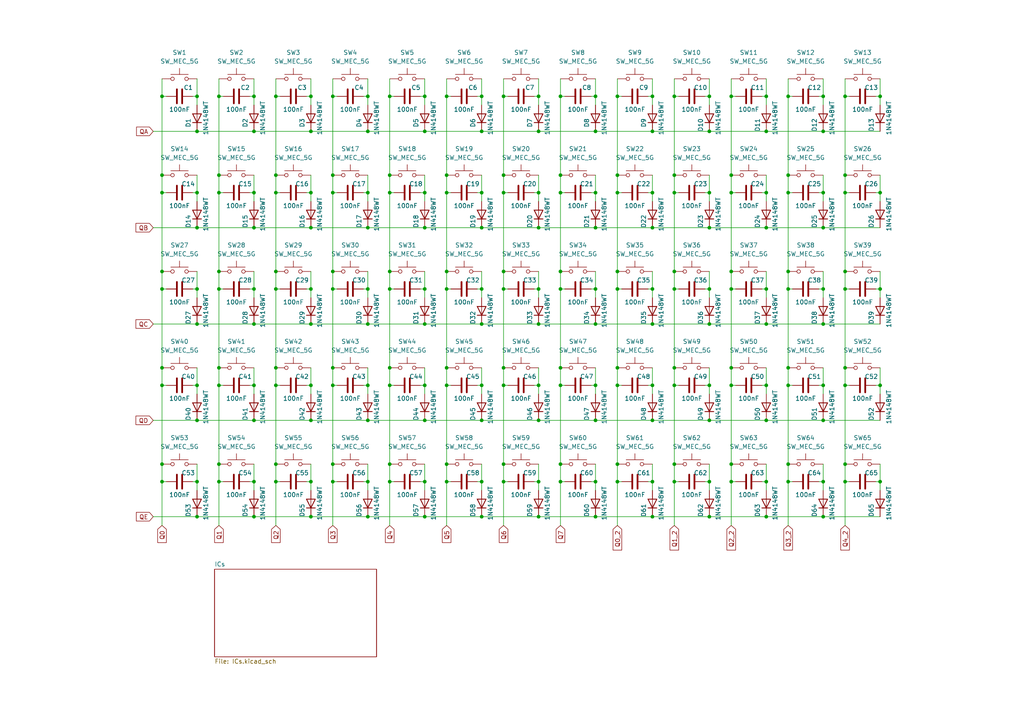
<source format=kicad_sch>
(kicad_sch (version 20231120) (generator "eeschema") (generator_version "8.0")
  (paper "A4")
  (junction (at 195.58 83.82))
  (junction (at 255.27 139.7))
  (junction (at 80.01 78.74))
  (junction (at 129.54 55.88))
  (junction (at 179.07 83.82))
  (junction (at 156.21 38.1))
  (junction (at 106.68 111.76))
  (junction (at 172.72 38.1))
  (junction (at 80.01 50.8))
  (junction (at 63.5 78.74))
  (junction (at 172.72 66.04))
  (junction (at 46.99 134.62))
  (junction (at 80.01 134.62))
  (junction (at 139.7 139.7))
  (junction (at 96.52 106.68))
  (junction (at 139.7 149.86))
  (junction (at 205.74 27.94))
  (junction (at 189.23 55.88))
  (junction (at 129.54 134.62))
  (junction (at 146.05 83.82))
  (junction (at 129.54 27.94))
  (junction (at 156.21 27.94))
  (junction (at 90.17 93.98))
  (junction (at 73.66 111.76))
  (junction (at 123.19 111.76))
  (junction (at 113.03 106.68))
  (junction (at 57.15 149.86))
  (junction (at 57.15 38.1))
  (junction (at 228.6 83.82))
  (junction (at 228.6 55.88))
  (junction (at 255.27 111.76))
  (junction (at 106.68 66.04))
  (junction (at 57.15 55.88))
  (junction (at 63.5 55.88))
  (junction (at 228.6 134.62))
  (junction (at 245.11 27.94))
  (junction (at 162.56 106.68))
  (junction (at 63.5 139.7))
  (junction (at 113.03 139.7))
  (junction (at 189.23 139.7))
  (junction (at 195.58 106.68))
  (junction (at 222.25 111.76))
  (junction (at 195.58 134.62))
  (junction (at 129.54 139.7))
  (junction (at 106.68 93.98))
  (junction (at 96.52 55.88))
  (junction (at 139.7 55.88))
  (junction (at 146.05 50.8))
  (junction (at 113.03 111.76))
  (junction (at 228.6 111.76))
  (junction (at 205.74 83.82))
  (junction (at 129.54 111.76))
  (junction (at 162.56 27.94))
  (junction (at 73.66 66.04))
  (junction (at 205.74 38.1))
  (junction (at 222.25 83.82))
  (junction (at 212.09 50.8))
  (junction (at 113.03 78.74))
  (junction (at 146.05 106.68))
  (junction (at 228.6 27.94))
  (junction (at 80.01 139.7))
  (junction (at 156.21 66.04))
  (junction (at 139.7 93.98))
  (junction (at 90.17 27.94))
  (junction (at 222.25 55.88))
  (junction (at 172.72 111.76))
  (junction (at 123.19 139.7))
  (junction (at 205.74 121.92))
  (junction (at 172.72 83.82))
  (junction (at 212.09 55.88))
  (junction (at 46.99 106.68))
  (junction (at 255.27 55.88))
  (junction (at 96.52 78.74))
  (junction (at 80.01 106.68))
  (junction (at 90.17 139.7))
  (junction (at 205.74 55.88))
  (junction (at 212.09 78.74))
  (junction (at 57.15 139.7))
  (junction (at 46.99 78.74))
  (junction (at 245.11 83.82))
  (junction (at 212.09 83.82))
  (junction (at 189.23 66.04))
  (junction (at 238.76 66.04))
  (junction (at 189.23 93.98))
  (junction (at 139.7 27.94))
  (junction (at 212.09 106.68))
  (junction (at 63.5 106.68))
  (junction (at 195.58 139.7))
  (junction (at 222.25 139.7))
  (junction (at 195.58 78.74))
  (junction (at 146.05 111.76))
  (junction (at 113.03 27.94))
  (junction (at 80.01 55.88))
  (junction (at 146.05 27.94))
  (junction (at 139.7 83.82))
  (junction (at 222.25 66.04))
  (junction (at 195.58 55.88))
  (junction (at 238.76 121.92))
  (junction (at 123.19 149.86))
  (junction (at 156.21 121.92))
  (junction (at 106.68 55.88))
  (junction (at 189.23 38.1))
  (junction (at 96.52 111.76))
  (junction (at 113.03 50.8))
  (junction (at 139.7 66.04))
  (junction (at 96.52 50.8))
  (junction (at 238.76 139.7))
  (junction (at 222.25 27.94))
  (junction (at 123.19 93.98))
  (junction (at 205.74 149.86))
  (junction (at 228.6 50.8))
  (junction (at 123.19 55.88))
  (junction (at 245.11 78.74))
  (junction (at 73.66 121.92))
  (junction (at 238.76 38.1))
  (junction (at 222.25 38.1))
  (junction (at 172.72 149.86))
  (junction (at 195.58 111.76))
  (junction (at 156.21 55.88))
  (junction (at 113.03 55.88))
  (junction (at 106.68 121.92))
  (junction (at 90.17 55.88))
  (junction (at 73.66 83.82))
  (junction (at 139.7 111.76))
  (junction (at 57.15 111.76))
  (junction (at 63.5 134.62))
  (junction (at 172.72 27.94))
  (junction (at 90.17 121.92))
  (junction (at 189.23 149.86))
  (junction (at 90.17 83.82))
  (junction (at 222.25 121.92))
  (junction (at 205.74 111.76))
  (junction (at 162.56 134.62))
  (junction (at 73.66 149.86))
  (junction (at 129.54 106.68))
  (junction (at 245.11 111.76))
  (junction (at 123.19 27.94))
  (junction (at 57.15 66.04))
  (junction (at 238.76 149.86))
  (junction (at 123.19 38.1))
  (junction (at 90.17 111.76))
  (junction (at 212.09 139.7))
  (junction (at 238.76 83.82))
  (junction (at 238.76 111.76))
  (junction (at 179.07 27.94))
  (junction (at 57.15 27.94))
  (junction (at 205.74 66.04))
  (junction (at 96.52 27.94))
  (junction (at 238.76 27.94))
  (junction (at 63.5 50.8))
  (junction (at 73.66 27.94))
  (junction (at 129.54 50.8))
  (junction (at 189.23 121.92))
  (junction (at 96.52 134.62))
  (junction (at 90.17 38.1))
  (junction (at 212.09 134.62))
  (junction (at 179.07 50.8))
  (junction (at 96.52 83.82))
  (junction (at 179.07 106.68))
  (junction (at 172.72 139.7))
  (junction (at 238.76 55.88))
  (junction (at 46.99 27.94))
  (junction (at 113.03 134.62))
  (junction (at 205.74 93.98))
  (junction (at 228.6 139.7))
  (junction (at 179.07 55.88))
  (junction (at 63.5 111.76))
  (junction (at 172.72 93.98))
  (junction (at 80.01 111.76))
  (junction (at 80.01 27.94))
  (junction (at 106.68 38.1))
  (junction (at 139.7 38.1))
  (junction (at 63.5 27.94))
  (junction (at 106.68 139.7))
  (junction (at 90.17 149.86))
  (junction (at 238.76 93.98))
  (junction (at 245.11 55.88))
  (junction (at 80.01 83.82))
  (junction (at 90.17 66.04))
  (junction (at 172.72 55.88))
  (junction (at 46.99 55.88))
  (junction (at 73.66 55.88))
  (junction (at 146.05 55.88))
  (junction (at 57.15 121.92))
  (junction (at 146.05 78.74))
  (junction (at 129.54 83.82))
  (junction (at 212.09 27.94))
  (junction (at 123.19 121.92))
  (junction (at 106.68 149.86))
  (junction (at 205.74 139.7))
  (junction (at 146.05 134.62))
  (junction (at 222.25 149.86))
  (junction (at 96.52 139.7))
  (junction (at 123.19 83.82))
  (junction (at 195.58 27.94))
  (junction (at 73.66 38.1))
  (junction (at 189.23 27.94))
  (junction (at 162.56 50.8))
  (junction (at 139.7 121.92))
  (junction (at 162.56 83.82))
  (junction (at 195.58 50.8))
  (junction (at 156.21 83.82))
  (junction (at 245.11 134.62))
  (junction (at 73.66 139.7))
  (junction (at 63.5 83.82))
  (junction (at 228.6 106.68))
  (junction (at 162.56 111.76))
  (junction (at 245.11 139.7))
  (junction (at 46.99 83.82))
  (junction (at 162.56 55.88))
  (junction (at 245.11 50.8))
  (junction (at 255.27 83.82))
  (junction (at 189.23 83.82))
  (junction (at 106.68 83.82))
  (junction (at 172.72 121.92))
  (junction (at 162.56 139.7))
  (junction (at 179.07 78.74))
  (junction (at 245.11 106.68))
  (junction (at 113.03 83.82))
  (junction (at 156.21 93.98))
  (junction (at 156.21 111.76))
  (junction (at 73.66 93.98))
  (junction (at 57.15 93.98))
  (junction (at 162.56 78.74))
  (junction (at 179.07 139.7))
  (junction (at 146.05 139.7))
  (junction (at 228.6 78.74))
  (junction (at 212.09 111.76))
  (junction (at 179.07 111.76))
  (junction (at 179.07 134.62))
  (junction (at 222.25 93.98))
  (junction (at 156.21 139.7))
  (junction (at 46.99 50.8))
  (junction (at 129.54 78.74))
  (junction (at 189.23 111.76))
  (junction (at 57.15 83.82))
  (junction (at 46.99 139.7))
  (junction (at 156.21 149.86))
  (junction (at 123.19 66.04))
  (junction (at 46.99 111.76))
  (junction (at 255.27 27.94))
  (junction (at 106.68 27.94))
  (wire (pts (xy 245.11 111.76) (xy 245.11 106.68)))
  (wire (pts (xy 123.19 106.68) (xy 123.19 111.76)))
  (wire (pts (xy 229.87 139.7) (xy 228.6 139.7)))
  (wire (pts (xy 255.27 27.94) (xy 255.27 22.86)))
  (wire (pts (xy 73.66 106.68) (xy 73.66 111.76)))
  (wire (pts (xy 163.83 111.76) (xy 162.56 111.76)))
  (wire (pts (xy 238.76 38.1) (xy 255.27 38.1)))
  (wire (pts (xy 73.66 27.94) (xy 73.66 30.48)))
  (wire (pts (xy 180.34 139.7) (xy 179.07 139.7)))
  (wire (pts (xy 46.99 55.88) (xy 46.99 78.74)))
  (wire (pts (xy 63.5 111.76) (xy 63.5 106.68)))
  (wire (pts (xy 139.7 93.98) (xy 156.21 93.98)))
  (wire (pts (xy 189.23 78.74) (xy 189.23 83.82)))
  (wire (pts (xy 106.68 83.82) (xy 106.68 86.36)))
  (wire (pts (xy 246.38 27.94) (xy 245.11 27.94)))
  (wire (pts (xy 205.74 111.76) (xy 205.74 114.3)))
  (wire (pts (xy 73.66 55.88) (xy 73.66 50.8)))
  (wire (pts (xy 96.52 83.82) (xy 96.52 78.74)))
  (wire (pts (xy 154.94 139.7) (xy 156.21 139.7)))
  (wire (pts (xy 196.85 27.94) (xy 195.58 27.94)))
  (wire (pts (xy 44.45 38.1) (xy 57.15 38.1)))
  (wire (pts (xy 90.17 134.62) (xy 90.17 139.7)))
  (wire (pts (xy 237.49 27.94) (xy 238.76 27.94)))
  (wire (pts (xy 205.74 83.82) (xy 205.74 86.36)))
  (wire (pts (xy 179.07 139.7) (xy 179.07 152.4)))
  (wire (pts (xy 146.05 111.76) (xy 146.05 106.68)))
  (wire (pts (xy 238.76 106.68) (xy 238.76 111.76)))
  (wire (pts (xy 73.66 55.88) (xy 73.66 58.42)))
  (wire (pts (xy 189.23 83.82) (xy 189.23 86.36)))
  (wire (pts (xy 172.72 50.8) (xy 172.72 55.88)))
  (wire (pts (xy 238.76 111.76) (xy 238.76 114.3)))
  (wire (pts (xy 162.56 139.7) (xy 162.56 134.62)))
  (wire (pts (xy 90.17 93.98) (xy 106.68 93.98)))
  (wire (pts (xy 139.7 83.82) (xy 139.7 86.36)))
  (wire (pts (xy 156.21 50.8) (xy 156.21 55.88)))
  (wire (pts (xy 106.68 134.62) (xy 106.68 139.7)))
  (wire (pts (xy 238.76 83.82) (xy 238.76 86.36)))
  (wire (pts (xy 64.77 27.94) (xy 63.5 27.94)))
  (wire (pts (xy 129.54 139.7) (xy 129.54 134.62)))
  (wire (pts (xy 146.05 139.7) (xy 146.05 134.62)))
  (wire (pts (xy 162.56 55.88) (xy 162.56 50.8)))
  (wire (pts (xy 255.27 78.74) (xy 255.27 83.82)))
  (wire (pts (xy 222.25 27.94) (xy 222.25 30.48)))
  (wire (pts (xy 172.72 93.98) (xy 189.23 93.98)))
  (wire (pts (xy 147.32 139.7) (xy 146.05 139.7)))
  (wire (pts (xy 97.79 83.82) (xy 96.52 83.82)))
  (wire (pts (xy 72.39 139.7) (xy 73.66 139.7)))
  (wire (pts (xy 204.47 27.94) (xy 205.74 27.94)))
  (wire (pts (xy 63.5 83.82) (xy 63.5 106.68)))
  (wire (pts (xy 80.01 111.76) (xy 80.01 106.68)))
  (wire (pts (xy 139.7 134.62) (xy 139.7 139.7)))
  (wire (pts (xy 46.99 83.82) (xy 46.99 78.74)))
  (wire (pts (xy 171.45 139.7) (xy 172.72 139.7)))
  (wire (pts (xy 55.88 111.76) (xy 57.15 111.76)))
  (wire (pts (xy 228.6 55.88) (xy 228.6 50.8)))
  (wire (pts (xy 129.54 55.88) (xy 129.54 78.74)))
  (wire (pts (xy 105.41 111.76) (xy 106.68 111.76)))
  (wire (pts (xy 245.11 83.82) (xy 245.11 78.74)))
  (wire (pts (xy 212.09 111.76) (xy 212.09 134.62)))
  (wire (pts (xy 255.27 83.82) (xy 255.27 86.36)))
  (wire (pts (xy 229.87 27.94) (xy 228.6 27.94)))
  (wire (pts (xy 172.72 106.68) (xy 172.72 111.76)))
  (wire (pts (xy 189.23 139.7) (xy 189.23 142.24)))
  (wire (pts (xy 57.15 27.94) (xy 57.15 30.48)))
  (wire (pts (xy 245.11 27.94) (xy 245.11 22.86)))
  (wire (pts (xy 222.25 27.94) (xy 222.25 22.86)))
  (wire (pts (xy 123.19 27.94) (xy 123.19 22.86)))
  (wire (pts (xy 146.05 83.82) (xy 146.05 78.74)))
  (wire (pts (xy 162.56 55.88) (xy 162.56 78.74)))
  (wire (pts (xy 154.94 55.88) (xy 156.21 55.88)))
  (wire (pts (xy 163.83 27.94) (xy 162.56 27.94)))
  (wire (pts (xy 171.45 27.94) (xy 172.72 27.94)))
  (wire (pts (xy 63.5 139.7) (xy 63.5 152.4)))
  (wire (pts (xy 146.05 83.82) (xy 146.05 106.68)))
  (wire (pts (xy 212.09 83.82) (xy 212.09 78.74)))
  (wire (pts (xy 105.41 139.7) (xy 106.68 139.7)))
  (wire (pts (xy 90.17 83.82) (xy 90.17 86.36)))
  (wire (pts (xy 123.19 38.1) (xy 139.7 38.1)))
  (wire (pts (xy 113.03 83.82) (xy 113.03 78.74)))
  (wire (pts (xy 80.01 55.88) (xy 80.01 78.74)))
  (wire (pts (xy 156.21 27.94) (xy 156.21 22.86)))
  (wire (pts (xy 57.15 83.82) (xy 57.15 86.36)))
  (wire (pts (xy 113.03 27.94) (xy 113.03 22.86)))
  (wire (pts (xy 228.6 83.82) (xy 228.6 78.74)))
  (wire (pts (xy 64.77 111.76) (xy 63.5 111.76)))
  (wire (pts (xy 213.36 139.7) (xy 212.09 139.7)))
  (wire (pts (xy 222.25 83.82) (xy 222.25 86.36)))
  (wire (pts (xy 154.94 83.82) (xy 156.21 83.82)))
  (wire (pts (xy 205.74 106.68) (xy 205.74 111.76)))
  (wire (pts (xy 96.52 111.76) (xy 96.52 106.68)))
  (wire (pts (xy 156.21 134.62) (xy 156.21 139.7)))
  (wire (pts (xy 255.27 134.62) (xy 255.27 139.7)))
  (wire (pts (xy 57.15 139.7) (xy 57.15 142.24)))
  (wire (pts (xy 113.03 139.7) (xy 113.03 152.4)))
  (wire (pts (xy 90.17 111.76) (xy 90.17 114.3)))
  (wire (pts (xy 254 139.7) (xy 255.27 139.7)))
  (wire (pts (xy 96.52 83.82) (xy 96.52 106.68)))
  (wire (pts (xy 237.49 139.7) (xy 238.76 139.7)))
  (wire (pts (xy 139.7 121.92) (xy 156.21 121.92)))
  (wire (pts (xy 139.7 38.1) (xy 156.21 38.1)))
  (wire (pts (xy 57.15 121.92) (xy 73.66 121.92)))
  (wire (pts (xy 106.68 93.98) (xy 123.19 93.98)))
  (wire (pts (xy 106.68 111.76) (xy 106.68 114.3)))
  (wire (pts (xy 238.76 149.86) (xy 255.27 149.86)))
  (wire (pts (xy 121.92 139.7) (xy 123.19 139.7)))
  (wire (pts (xy 189.23 27.94) (xy 189.23 30.48)))
  (wire (pts (xy 63.5 55.88) (xy 63.5 50.8)))
  (wire (pts (xy 187.96 83.82) (xy 189.23 83.82)))
  (wire (pts (xy 172.72 78.74) (xy 172.72 83.82)))
  (wire (pts (xy 90.17 121.92) (xy 106.68 121.92)))
  (wire (pts (xy 212.09 139.7) (xy 212.09 152.4)))
  (wire (pts (xy 129.54 111.76) (xy 129.54 106.68)))
  (wire (pts (xy 156.21 139.7) (xy 156.21 142.24)))
  (wire (pts (xy 222.25 78.74) (xy 222.25 83.82)))
  (wire (pts (xy 88.9 55.88) (xy 90.17 55.88)))
  (wire (pts (xy 63.5 139.7) (xy 63.5 134.62)))
  (wire (pts (xy 228.6 111.76) (xy 228.6 106.68)))
  (wire (pts (xy 130.81 139.7) (xy 129.54 139.7)))
  (wire (pts (xy 179.07 55.88) (xy 179.07 78.74)))
  (wire (pts (xy 123.19 134.62) (xy 123.19 139.7)))
  (wire (pts (xy 195.58 111.76) (xy 195.58 134.62)))
  (wire (pts (xy 245.11 55.88) (xy 245.11 50.8)))
  (wire (pts (xy 138.43 55.88) (xy 139.7 55.88)))
  (wire (pts (xy 138.43 83.82) (xy 139.7 83.82)))
  (wire (pts (xy 228.6 55.88) (xy 228.6 78.74)))
  (wire (pts (xy 229.87 83.82) (xy 228.6 83.82)))
  (wire (pts (xy 129.54 139.7) (xy 129.54 152.4)))
  (wire (pts (xy 156.21 106.68) (xy 156.21 111.76)))
  (wire (pts (xy 195.58 83.82) (xy 195.58 106.68)))
  (wire (pts (xy 113.03 111.76) (xy 113.03 134.62)))
  (wire (pts (xy 245.11 139.7) (xy 245.11 152.4)))
  (wire (pts (xy 106.68 27.94) (xy 106.68 22.86)))
  (wire (pts (xy 90.17 66.04) (xy 106.68 66.04)))
  (wire (pts (xy 55.88 83.82) (xy 57.15 83.82)))
  (wire (pts (xy 88.9 83.82) (xy 90.17 83.82)))
  (wire (pts (xy 129.54 83.82) (xy 129.54 78.74)))
  (wire (pts (xy 113.03 139.7) (xy 113.03 134.62)))
  (wire (pts (xy 205.74 149.86) (xy 222.25 149.86)))
  (wire (pts (xy 189.23 149.86) (xy 205.74 149.86)))
  (wire (pts (xy 195.58 139.7) (xy 195.58 152.4)))
  (wire (pts (xy 73.66 38.1) (xy 90.17 38.1)))
  (wire (pts (xy 57.15 93.98) (xy 73.66 93.98)))
  (wire (pts (xy 46.99 83.82) (xy 46.99 106.68)))
  (wire (pts (xy 123.19 121.92) (xy 139.7 121.92)))
  (wire (pts (xy 57.15 27.94) (xy 57.15 22.86)))
  (wire (pts (xy 64.77 83.82) (xy 63.5 83.82)))
  (wire (pts (xy 245.11 139.7) (xy 245.11 134.62)))
  (wire (pts (xy 246.38 139.7) (xy 245.11 139.7)))
  (wire (pts (xy 129.54 27.94) (xy 129.54 50.8)))
  (wire (pts (xy 205.74 50.8) (xy 205.74 55.88)))
  (wire (pts (xy 96.52 27.94) (xy 96.52 22.86)))
  (wire (pts (xy 123.19 139.7) (xy 123.19 142.24)))
  (wire (pts (xy 187.96 27.94) (xy 189.23 27.94)))
  (wire (pts (xy 156.21 111.76) (xy 156.21 114.3)))
  (wire (pts (xy 121.92 55.88) (xy 123.19 55.88)))
  (wire (pts (xy 172.72 139.7) (xy 172.72 142.24)))
  (wire (pts (xy 187.96 55.88) (xy 189.23 55.88)))
  (wire (pts (xy 81.28 27.94) (xy 80.01 27.94)))
  (wire (pts (xy 130.81 27.94) (xy 129.54 27.94)))
  (wire (pts (xy 106.68 121.92) (xy 123.19 121.92)))
  (wire (pts (xy 205.74 66.04) (xy 222.25 66.04)))
  (wire (pts (xy 63.5 83.82) (xy 63.5 78.74)))
  (wire (pts (xy 90.17 38.1) (xy 106.68 38.1)))
  (wire (pts (xy 44.45 93.98) (xy 57.15 93.98)))
  (wire (pts (xy 57.15 83.82) (xy 57.15 78.74)))
  (wire (pts (xy 179.07 111.76) (xy 179.07 134.62)))
  (wire (pts (xy 90.17 55.88) (xy 90.17 58.42)))
  (wire (pts (xy 139.7 27.94) (xy 139.7 30.48)))
  (wire (pts (xy 156.21 83.82) (xy 156.21 86.36)))
  (wire (pts (xy 205.74 93.98) (xy 222.25 93.98)))
  (wire (pts (xy 195.58 55.88) (xy 195.58 50.8)))
  (wire (pts (xy 114.3 111.76) (xy 113.03 111.76)))
  (wire (pts (xy 90.17 139.7) (xy 90.17 142.24)))
  (wire (pts (xy 213.36 111.76) (xy 212.09 111.76)))
  (wire (pts (xy 187.96 111.76) (xy 189.23 111.76)))
  (wire (pts (xy 171.45 111.76) (xy 172.72 111.76)))
  (wire (pts (xy 180.34 111.76) (xy 179.07 111.76)))
  (wire (pts (xy 195.58 111.76) (xy 195.58 106.68)))
  (wire (pts (xy 129.54 27.94) (xy 129.54 22.86)))
  (wire (pts (xy 220.98 139.7) (xy 222.25 139.7)))
  (wire (pts (xy 72.39 83.82) (xy 73.66 83.82)))
  (wire (pts (xy 139.7 106.68) (xy 139.7 111.76)))
  (wire (pts (xy 138.43 111.76) (xy 139.7 111.76)))
  (wire (pts (xy 90.17 78.74) (xy 90.17 83.82)))
  (wire (pts (xy 222.25 50.8) (xy 222.25 55.88)))
  (wire (pts (xy 80.01 83.82) (xy 80.01 78.74)))
  (wire (pts (xy 121.92 27.94) (xy 123.19 27.94)))
  (wire (pts (xy 220.98 55.88) (xy 222.25 55.88)))
  (wire (pts (xy 57.15 50.8) (xy 57.15 55.88)))
  (wire (pts (xy 146.05 139.7) (xy 146.05 152.4)))
  (wire (pts (xy 154.94 111.76) (xy 156.21 111.76)))
  (wire (pts (xy 179.07 139.7) (xy 179.07 134.62)))
  (wire (pts (xy 97.79 111.76) (xy 96.52 111.76)))
  (wire (pts (xy 228.6 27.94) (xy 228.6 50.8)))
  (wire (pts (xy 172.72 134.62) (xy 172.72 139.7)))
  (wire (pts (xy 238.76 93.98) (xy 255.27 93.98)))
  (wire (pts (xy 179.07 111.76) (xy 179.07 106.68)))
  (wire (pts (xy 163.83 139.7) (xy 162.56 139.7)))
  (wire (pts (xy 254 55.88) (xy 255.27 55.88)))
  (wire (pts (xy 189.23 50.8) (xy 189.23 55.88)))
  (wire (pts (xy 212.09 27.94) (xy 212.09 50.8)))
  (wire (pts (xy 254 27.94) (xy 255.27 27.94)))
  (wire (pts (xy 212.09 27.94) (xy 212.09 22.86)))
  (wire (pts (xy 139.7 50.8) (xy 139.7 55.88)))
  (wire (pts (xy 123.19 78.74) (xy 123.19 83.82)))
  (wire (pts (xy 187.96 139.7) (xy 189.23 139.7)))
  (wire (pts (xy 46.99 139.7) (xy 46.99 134.62)))
  (wire (pts (xy 90.17 149.86) (xy 106.68 149.86)))
  (wire (pts (xy 254 111.76) (xy 255.27 111.76)))
  (wire (pts (xy 72.39 27.94) (xy 73.66 27.94)))
  (wire (pts (xy 73.66 121.92) (xy 90.17 121.92)))
  (wire (pts (xy 189.23 121.92) (xy 205.74 121.92)))
  (wire (pts (xy 255.27 111.76) (xy 255.27 114.3)))
  (wire (pts (xy 228.6 139.7) (xy 228.6 134.62)))
  (wire (pts (xy 204.47 139.7) (xy 205.74 139.7)))
  (wire (pts (xy 57.15 149.86) (xy 73.66 149.86)))
  (wire (pts (xy 238.76 55.88) (xy 238.76 58.42)))
  (wire (pts (xy 106.68 27.94) (xy 106.68 30.48)))
  (wire (pts (xy 48.26 111.76) (xy 46.99 111.76)))
  (wire (pts (xy 179.07 83.82) (xy 179.07 106.68)))
  (wire (pts (xy 81.28 111.76) (xy 80.01 111.76)))
  (wire (pts (xy 146.05 111.76) (xy 146.05 134.62)))
  (wire (pts (xy 246.38 55.88) (xy 245.11 55.88)))
  (wire (pts (xy 238.76 139.7) (xy 238.76 142.24)))
  (wire (pts (xy 55.88 139.7) (xy 57.15 139.7)))
  (wire (pts (xy 96.52 55.88) (xy 96.52 50.8)))
  (wire (pts (xy 44.45 149.86) (xy 57.15 149.86)))
  (wire (pts (xy 90.17 27.94) (xy 90.17 30.48)))
  (wire (pts (xy 228.6 27.94) (xy 228.6 22.86)))
  (wire (pts (xy 138.43 27.94) (xy 139.7 27.94)))
  (wire (pts (xy 123.19 27.94) (xy 123.19 30.48)))
  (wire (pts (xy 106.68 55.88) (xy 106.68 58.42)))
  (wire (pts (xy 196.85 83.82) (xy 195.58 83.82)))
  (wire (pts (xy 189.23 106.68) (xy 189.23 111.76)))
  (wire (pts (xy 179.07 27.94) (xy 179.07 50.8)))
  (wire (pts (xy 72.39 111.76) (xy 73.66 111.76)))
  (wire (pts (xy 162.56 111.76) (xy 162.56 106.68)))
  (wire (pts (xy 130.81 83.82) (xy 129.54 83.82)))
  (wire (pts (xy 147.32 55.88) (xy 146.05 55.88)))
  (wire (pts (xy 162.56 27.94) (xy 162.56 50.8)))
  (wire (pts (xy 80.01 139.7) (xy 80.01 134.62)))
  (wire (pts (xy 114.3 139.7) (xy 113.03 139.7)))
  (wire (pts (xy 172.72 55.88) (xy 172.72 58.42)))
  (wire (pts (xy 205.74 27.94) (xy 205.74 30.48)))
  (wire (pts (xy 245.11 55.88) (xy 245.11 78.74)))
  (wire (pts (xy 105.41 55.88) (xy 106.68 55.88)))
  (wire (pts (xy 222.25 93.98) (xy 238.76 93.98)))
  (wire (pts (xy 48.26 55.88) (xy 46.99 55.88)))
  (wire (pts (xy 96.52 139.7) (xy 96.52 152.4)))
  (wire (pts (xy 196.85 55.88) (xy 195.58 55.88)))
  (wire (pts (xy 97.79 139.7) (xy 96.52 139.7)))
  (wire (pts (xy 172.72 66.04) (xy 189.23 66.04)))
  (wire (pts (xy 106.68 50.8) (xy 106.68 55.88)))
  (wire (pts (xy 255.27 27.94) (xy 255.27 30.48)))
  (wire (pts (xy 237.49 83.82) (xy 238.76 83.82)))
  (wire (pts (xy 162.56 111.76) (xy 162.56 134.62)))
  (wire (pts (xy 163.83 83.82) (xy 162.56 83.82)))
  (wire (pts (xy 172.72 121.92) (xy 189.23 121.92)))
  (wire (pts (xy 189.23 111.76) (xy 189.23 114.3)))
  (wire (pts (xy 48.26 27.94) (xy 46.99 27.94)))
  (wire (pts (xy 172.72 27.94) (xy 172.72 30.48)))
  (wire (pts (xy 222.25 55.88) (xy 222.25 58.42)))
  (wire (pts (xy 156.21 66.04) (xy 172.72 66.04)))
  (wire (pts (xy 81.28 83.82) (xy 80.01 83.82)))
  (wire (pts (xy 96.52 55.88) (xy 96.52 78.74)))
  (wire (pts (xy 90.17 27.94) (xy 90.17 22.86)))
  (wire (pts (xy 172.72 27.94) (xy 172.72 22.86)))
  (wire (pts (xy 162.56 27.94) (xy 162.56 22.86)))
  (wire (pts (xy 46.99 111.76) (xy 46.99 134.62)))
  (wire (pts (xy 220.98 111.76) (xy 222.25 111.76)))
  (wire (pts (xy 106.68 66.04) (xy 123.19 66.04)))
  (wire (pts (xy 204.47 111.76) (xy 205.74 111.76)))
  (wire (pts (xy 123.19 93.98) (xy 139.7 93.98)))
  (wire (pts (xy 130.81 111.76) (xy 129.54 111.76)))
  (wire (pts (xy 238.76 78.74) (xy 238.76 83.82)))
  (wire (pts (xy 97.79 27.94) (xy 96.52 27.94)))
  (wire (pts (xy 96.52 139.7) (xy 96.52 134.62)))
  (wire (pts (xy 172.72 83.82) (xy 172.72 86.36)))
  (wire (pts (xy 196.85 111.76) (xy 195.58 111.76)))
  (wire (pts (xy 97.79 55.88) (xy 96.52 55.88)))
  (wire (pts (xy 163.83 55.88) (xy 162.56 55.88)))
  (wire (pts (xy 57.15 111.76) (xy 57.15 106.68)))
  (wire (pts (xy 212.09 83.82) (xy 212.09 106.68)))
  (wire (pts (xy 156.21 78.74) (xy 156.21 83.82)))
  (wire (pts (xy 114.3 55.88) (xy 113.03 55.88)))
  (wire (pts (xy 228.6 111.76) (xy 228.6 134.62)))
  (wire (pts (xy 139.7 139.7) (xy 139.7 142.24)))
  (wire (pts (xy 205.74 78.74) (xy 205.74 83.82)))
  (wire (pts (xy 123.19 66.04) (xy 139.7 66.04)))
  (wire (pts (xy 106.68 139.7) (xy 106.68 142.24)))
  (wire (pts (xy 113.03 27.94) (xy 113.03 50.8)))
  (wire (pts (xy 180.34 27.94) (xy 179.07 27.94)))
  (wire (pts (xy 114.3 27.94) (xy 113.03 27.94)))
  (wire (pts (xy 147.32 111.76) (xy 146.05 111.76)))
  (wire (pts (xy 246.38 111.76) (xy 245.11 111.76)))
  (wire (pts (xy 105.41 27.94) (xy 106.68 27.94)))
  (wire (pts (xy 228.6 83.82) (xy 228.6 106.68)))
  (wire (pts (xy 138.43 139.7) (xy 139.7 139.7)))
  (wire (pts (xy 172.72 38.1) (xy 189.23 38.1)))
  (wire (pts (xy 162.56 83.82) (xy 162.56 106.68)))
  (wire (pts (xy 195.58 27.94) (xy 195.58 50.8)))
  (wire (pts (xy 195.58 55.88) (xy 195.58 78.74)))
  (wire (pts (xy 113.03 83.82) (xy 113.03 106.68)))
  (wire (pts (xy 129.54 83.82) (xy 129.54 106.68)))
  (wire (pts (xy 189.23 66.04) (xy 205.74 66.04)))
  (wire (pts (xy 63.5 27.94) (xy 63.5 22.86)))
  (wire (pts (xy 80.01 55.88) (xy 80.01 50.8)))
  (wire (pts (xy 88.9 111.76) (xy 90.17 111.76)))
  (wire (pts (xy 205.74 27.94) (xy 205.74 22.86)))
  (wire (pts (xy 80.01 83.82) (xy 80.01 106.68)))
  (wire (pts (xy 123.19 83.82) (xy 123.19 86.36)))
  (wire (pts (xy 88.9 139.7) (xy 90.17 139.7)))
  (wire (pts (xy 156.21 27.94) (xy 156.21 30.48)))
  (wire (pts (xy 204.47 55.88) (xy 205.74 55.88)))
  (wire (pts (xy 179.07 83.82) (xy 179.07 78.74)))
  (wire (pts (xy 96.52 27.94) (xy 96.52 50.8)))
  (wire (pts (xy 245.11 111.76) (xy 245.11 134.62)))
  (wire (pts (xy 81.28 139.7) (xy 80.01 139.7)))
  (wire (pts (xy 147.32 27.94) (xy 146.05 27.94)))
  (wire (pts (xy 172.72 149.86) (xy 189.23 149.86)))
  (wire (pts (xy 220.98 27.94) (xy 222.25 27.94)))
  (wire (pts (xy 106.68 38.1) (xy 123.19 38.1)))
  (wire (pts (xy 46.99 111.76) (xy 46.99 106.68)))
  (wire (pts (xy 139.7 78.74) (xy 139.7 83.82)))
  (wire (pts (xy 156.21 121.92) (xy 172.72 121.92)))
  (wire (pts (xy 205.74 121.92) (xy 222.25 121.92)))
  (wire (pts (xy 238.76 27.94) (xy 238.76 22.86)))
  (wire (pts (xy 121.92 111.76) (xy 123.19 111.76)))
  (wire (pts (xy 222.25 111.76) (xy 222.25 114.3)))
  (wire (pts (xy 139.7 27.94) (xy 139.7 22.86)))
  (wire (pts (xy 73.66 111.76) (xy 73.66 114.3)))
  (wire (pts (xy 123.19 50.8) (xy 123.19 55.88)))
  (wire (pts (xy 146.05 55.88) (xy 146.05 78.74)))
  (wire (pts (xy 222.25 106.68) (xy 222.25 111.76)))
  (wire (pts (xy 113.03 111.76) (xy 113.03 106.68)))
  (wire (pts (xy 246.38 83.82) (xy 245.11 83.82)))
  (wire (pts (xy 146.05 55.88) (xy 146.05 50.8)))
  (wire (pts (xy 73.66 139.7) (xy 73.66 142.24)))
  (wire (pts (xy 220.98 83.82) (xy 222.25 83.82)))
  (wire (pts (xy 106.68 106.68) (xy 106.68 111.76)))
  (wire (pts (xy 130.81 55.88) (xy 129.54 55.88)))
  (wire (pts (xy 255.27 50.8) (xy 255.27 55.88)))
  (wire (pts (xy 44.45 121.92) (xy 57.15 121.92)))
  (wire (pts (xy 57.15 55.88) (xy 57.15 58.42)))
  (wire (pts (xy 212.09 111.76) (xy 212.09 106.68)))
  (wire (pts (xy 229.87 55.88) (xy 228.6 55.88)))
  (wire (pts (xy 180.34 83.82) (xy 179.07 83.82)))
  (wire (pts (xy 195.58 27.94) (xy 195.58 22.86)))
  (wire (pts (xy 64.77 55.88) (xy 63.5 55.88)))
  (wire (pts (xy 73.66 66.04) (xy 90.17 66.04)))
  (wire (pts (xy 162.56 83.82) (xy 162.56 78.74)))
  (wire (pts (xy 80.01 27.94) (xy 80.01 50.8)))
  (wire (pts (xy 63.5 111.76) (xy 63.5 134.62)))
  (wire (pts (xy 139.7 111.76) (xy 139.7 114.3)))
  (wire (pts (xy 213.36 27.94) (xy 212.09 27.94)))
  (wire (pts (xy 238.76 121.92) (xy 255.27 121.92)))
  (wire (pts (xy 213.36 83.82) (xy 212.09 83.82)))
  (wire (pts (xy 213.36 55.88) (xy 212.09 55.88)))
  (wire (pts (xy 228.6 139.7) (xy 228.6 152.4)))
  (wire (pts (xy 255.27 106.68) (xy 255.27 111.76)))
  (wire (pts (xy 146.05 27.94) (xy 146.05 50.8)))
  (wire (pts (xy 81.28 55.88) (xy 80.01 55.88)))
  (wire (pts (xy 106.68 78.74) (xy 106.68 83.82)))
  (wire (pts (xy 222.25 139.7) (xy 222.25 142.24)))
  (wire (pts (xy 139.7 55.88) (xy 139.7 58.42)))
  (wire (pts (xy 195.58 83.82) (xy 195.58 78.74)))
  (wire (pts (xy 205.74 55.88) (xy 205.74 58.42)))
  (wire (pts (xy 237.49 111.76) (xy 238.76 111.76)))
  (wire (pts (xy 195.58 139.7) (xy 195.58 134.62)))
  (wire (pts (xy 238.76 50.8) (xy 238.76 55.88)))
  (wire (pts (xy 222.25 66.04) (xy 238.76 66.04)))
  (wire (pts (xy 255.27 55.88) (xy 255.27 58.42)))
  (wire (pts (xy 46.99 27.94) (xy 46.99 50.8)))
  (wire (pts (xy 238.76 66.04) (xy 255.27 66.04)))
  (wire (pts (xy 73.66 83.82) (xy 73.66 86.36)))
  (wire (pts (xy 189.23 38.1) (xy 205.74 38.1)))
  (wire (pts (xy 196.85 139.7) (xy 195.58 139.7)))
  (wire (pts (xy 63.5 27.94) (xy 63.5 50.8)))
  (wire (pts (xy 48.26 83.82) (xy 46.99 83.82)))
  (wire (pts (xy 57.15 38.1) (xy 73.66 38.1)))
  (wire (pts (xy 154.94 27.94) (xy 156.21 27.94)))
  (wire (pts (xy 123.19 55.88) (xy 123.19 58.42)))
  (wire (pts (xy 55.88 55.88) (xy 57.15 55.88)))
  (wire (pts (xy 129.54 111.76) (xy 129.54 134.62)))
  (wire (pts (xy 57.15 111.76) (xy 57.15 114.3)))
  (wire (pts (xy 212.09 55.88) (xy 212.09 50.8)))
  (wire (pts (xy 255.27 139.7) (xy 255.27 142.24)))
  (wire (pts (xy 114.3 83.82) (xy 113.03 83.82)))
  (wire (pts (xy 80.01 139.7) (xy 80.01 152.4)))
  (wire (pts (xy 123.19 111.76) (xy 123.19 114.3)))
  (wire (pts (xy 156.21 93.98) (xy 172.72 93.98)))
  (wire (pts (xy 55.88 27.94) (xy 57.15 27.94)))
  (wire (pts (xy 205.74 139.7) (xy 205.74 142.24)))
  (wire (pts (xy 180.34 55.88) (xy 179.07 55.88)))
  (wire (pts (xy 189.23 134.62) (xy 189.23 139.7)))
  (wire (pts (xy 245.11 83.82) (xy 245.11 106.68)))
  (wire (pts (xy 88.9 27.94) (xy 90.17 27.94)))
  (wire (pts (xy 73.66 83.82) (xy 73.66 78.74)))
  (wire (pts (xy 238.76 134.62) (xy 238.76 139.7)))
  (wire (pts (xy 189.23 55.88) (xy 189.23 58.42)))
  (wire (pts (xy 48.26 139.7) (xy 46.99 139.7)))
  (wire (pts (xy 245.11 27.94) (xy 245.11 50.8)))
  (wire (pts (xy 229.87 111.76) (xy 228.6 111.76)))
  (wire (pts (xy 212.09 55.88) (xy 212.09 78.74)))
  (wire (pts (xy 72.39 55.88) (xy 73.66 55.88)))
  (wire (pts (xy 46.99 27.94) (xy 46.99 22.86)))
  (wire (pts (xy 237.49 55.88) (xy 238.76 55.88)))
  (wire (pts (xy 222.25 149.86) (xy 238.76 149.86)))
  (wire (pts (xy 129.54 55.88) (xy 129.54 50.8)))
  (wire (pts (xy 156.21 149.86) (xy 172.72 149.86)))
  (wire (pts (xy 113.03 55.88) (xy 113.03 50.8)))
  (wire (pts (xy 64.77 139.7) (xy 63.5 139.7)))
  (wire (pts (xy 46.99 55.88) (xy 46.99 50.8)))
  (wire (pts (xy 139.7 66.04) (xy 156.21 66.04)))
  (wire (pts (xy 57.15 66.04) (xy 73.66 66.04)))
  (wire (pts (xy 121.92 83.82) (xy 123.19 83.82)))
  (wire (pts (xy 222.25 121.92) (xy 238.76 121.92)))
  (wire (pts (xy 212.09 139.7) (xy 212.09 134.62)))
  (wire (pts (xy 156.21 38.1) (xy 172.72 38.1)))
  (wire (pts (xy 90.17 106.68) (xy 90.17 111.76)))
  (wire (pts (xy 80.01 27.94) (xy 80.01 22.86)))
  (wire (pts (xy 146.05 27.94) (xy 146.05 22.86)))
  (wire (pts (xy 179.07 55.88) (xy 179.07 50.8)))
  (wire (pts (xy 189.23 22.86) (xy 189.23 27.94)))
  (wire (pts (xy 73.66 149.86) (xy 90.17 149.86)))
  (wire (pts (xy 172.72 111.76) (xy 172.72 114.3)))
  (wire (pts (xy 73.66 93.98) (xy 90.17 93.98)))
  (wire (pts (xy 57.15 139.7) (xy 57.15 134.62)))
  (wire (pts (xy 189.23 93.98) (xy 205.74 93.98)))
  (wire (pts (xy 105.41 83.82) (xy 106.68 83.82)))
  (wire (pts (xy 63.5 55.88) (xy 63.5 78.74)))
  (wire (pts (xy 46.99 139.7) (xy 46.99 152.4)))
  (wire (pts (xy 205.74 38.1) (xy 222.25 38.1)))
  (wire (pts (xy 222.25 134.62) (xy 222.25 139.7)))
  (wire (pts (xy 96.52 111.76) (xy 96.52 134.62)))
  (wire (pts (xy 147.32 83.82) (xy 146.05 83.82)))
  (wire (pts (xy 156.21 55.88) (xy 156.21 58.42)))
  (wire (pts (xy 205.74 134.62) (xy 205.74 139.7)))
  (wire (pts (xy 162.56 139.7) (xy 162.56 152.4)))
  (wire (pts (xy 113.03 55.88) (xy 113.03 78.74)))
  (wire (pts (xy 73.66 27.94) (xy 73.66 22.86)))
  (wire (pts (xy 139.7 149.86) (xy 156.21 149.86)))
  (wire (pts (xy 44.45 66.04) (xy 57.15 66.04)))
  (wire (pts (xy 238.76 27.94) (xy 238.76 30.48)))
  (wire (pts (xy 123.19 149.86) (xy 139.7 149.86)))
  (wire (pts (xy 204.47 83.82) (xy 205.74 83.82)))
  (wire (pts (xy 90.17 55.88) (xy 90.17 50.8)))
  (wire (pts (xy 171.45 83.82) (xy 172.72 83.82)))
  (wire (pts (xy 179.07 27.94) (xy 179.07 22.86)))
  (wire (pts (xy 171.45 55.88) (xy 172.72 55.88)))
  (wire (pts (xy 222.25 38.1) (xy 238.76 38.1)))
  (wire (pts (xy 73.66 134.62) (xy 73.66 139.7)))
  (wire (pts (xy 254 83.82) (xy 255.27 83.82)))
  (wire (pts (xy 80.01 111.76) (xy 80.01 134.62)))
  (wire (pts (xy 106.68 149.86) (xy 123.19 149.86)))
  (global_label "Q4" (shape input) (at 113.03 152.4 270) (property "Intersheetrefs" "${INTERSHEET_REFS}" (effects (hide yes))))
  (global_label "Q2_2" (shape input) (at 212.09 152.4 270) (property "Intersheetrefs" "${INTERSHEET_REFS}" (effects (hide yes))))
  (global_label "QD" (shape input) (at 44.45 121.92 180) (property "Intersheetrefs" "${INTERSHEET_REFS}" (effects (hide yes))))
  (global_label "Q4_2" (shape input) (at 245.11 152.4 270) (property "Intersheetrefs" "${INTERSHEET_REFS}" (effects (hide yes))))
  (global_label "Q7" (shape input) (at 162.56 152.4 270) (property "Intersheetrefs" "${INTERSHEET_REFS}" (effects (hide yes))))
  (global_label "Q1_2" (shape input) (at 195.58 152.4 270) (property "Intersheetrefs" "${INTERSHEET_REFS}" (effects (hide yes))))
  (global_label "Q6" (shape input) (at 146.05 152.4 270) (property "Intersheetrefs" "${INTERSHEET_REFS}" (effects (hide yes))))
  (global_label "Q3" (shape input) (at 96.52 152.4 270) (property "Intersheetrefs" "${INTERSHEET_REFS}" (effects (hide yes))))
  (global_label "QB" (shape input) (at 44.45 66.04 180) (property "Intersheetrefs" "${INTERSHEET_REFS}" (effects (hide yes))))
  (global_label "Q2" (shape input) (at 80.01 152.4 270) (property "Intersheetrefs" "${INTERSHEET_REFS}" (effects (hide yes))))
  (global_label "Q3_2" (shape input) (at 228.6 152.4 270) (property "Intersheetrefs" "${INTERSHEET_REFS}" (effects (hide yes))))
  (global_label "QC" (shape input) (at 44.45 93.98 180) (property "Intersheetrefs" "${INTERSHEET_REFS}" (effects (hide yes))))
  (global_label "Q0" (shape input) (at 46.99 152.4 270) (property "Intersheetrefs" "${INTERSHEET_REFS}" (effects (hide yes))))
  (global_label "Q1" (shape input) (at 63.5 152.4 270) (property "Intersheetrefs" "${INTERSHEET_REFS}" (effects (hide yes))))
  (global_label "Q5" (shape input) (at 129.54 152.4 270) (property "Intersheetrefs" "${INTERSHEET_REFS}" (effects (hide yes))))
  (global_label "QA" (shape input) (at 44.45 38.1 180) (property "Intersheetrefs" "${INTERSHEET_REFS}" (effects (hide yes))))
  (global_label "QE" (shape input) (at 44.45 149.86 180) (property "Intersheetrefs" "${INTERSHEET_REFS}" (effects (hide yes))))
  (global_label "Q0_2" (shape input) (at 179.07 152.4 270) (property "Intersheetrefs" "${INTERSHEET_REFS}" (effects (hide yes))))
  (symbol (lib_id "Device:C") (at 151.13 139.7 90) (unit 1)
    (property "Reference" "C59" (at 153.67 137.16 90))
    (property "Value" "100nF" (at 151.13 143.51 90))
    (property "Footprint" "Capacitor_SMD:C_0402_1005Metric" (effects (hide yes)))
  )
  (symbol (lib_id "Device:C") (at 184.15 139.7 90) (unit 1)
    (property "Reference" "C61" (at 186.69 137.16 90))
    (property "Value" "100nF" (at 184.15 143.51 90))
    (property "Footprint" "Capacitor_SMD:C_0402_1005Metric" (effects (hide yes)))
  )
  (symbol (lib_id "My_Parts:SW_MEC_5G") (at 200.66 134.62 0) (unit 1)
    (property "Reference" "SW62" (at 200.66 127 0))
    (property "Value" "SW_MEC_5G" (at 200.66 129.54 0))
    (property "Footprint" "My_Parts:Gateron_KS-27" (effects (hide yes)))
    (property "Datasheet" "http://www.apem.com/int/index.php?controller=attachment&id_attachment=488" (effects (hide yes)))
  )
  (symbol (lib_id "My_Parts:SW_MEC_5G") (at 101.6 78.74 0) (unit 1)
    (property "Reference" "SW30" (at 101.6 71.12 0))
    (property "Value" "SW_MEC_5G" (at 101.6 73.66 0))
    (property "Footprint" "My_Parts:Gateron_KS-27" (effects (hide yes)))
    (property "Datasheet" "http://www.apem.com/int/index.php?controller=attachment&id_attachment=488" (effects (hide yes)))
  )
  (symbol (lib_id "Diode:1N4148WT") (at 205.74 146.05 90) (unit 1)
    (property "Reference" "D62" (at 203.2 146.05 0) (effects (justify right)))
    (property "Value" "1N4148WT" (at 208.28 140.97 0) (effects (justify right)))
    (property "Footprint" "Diode_SMD:D_SOD-523" (effects (hide yes)))
    (property "Datasheet" "https://www.diodes.com/assets/Datasheets/ds30396.pdf" (effects (hide yes)))
    (property "Sim.Device" "D" (effects (hide yes)))
    (property "Sim.Pins" "1=K 2=A" (effects (hide yes)))
  )
  (symbol (lib_id "Device:C") (at 52.07 139.7 90) (unit 1)
    (property "Reference" "C53" (at 54.61 137.16 90))
    (property "Value" "100nF" (at 52.07 143.51 90))
    (property "Footprint" "Capacitor_SMD:C_0402_1005Metric" (effects (hide yes)))
  )
  (symbol (lib_id "Diode:1N4148WT") (at 238.76 118.11 90) (unit 1)
    (property "Reference" "D51" (at 236.22 118.11 0) (effects (justify right)))
    (property "Value" "1N4148WT" (at 241.3 113.03 0) (effects (justify right)))
    (property "Footprint" "Diode_SMD:D_SOD-523" (effects (hide yes)))
    (property "Datasheet" "https://www.diodes.com/assets/Datasheets/ds30396.pdf" (effects (hide yes)))
    (property "Sim.Device" "D" (effects (hide yes)))
    (property "Sim.Pins" "1=K 2=A" (effects (hide yes)))
  )
  (symbol (lib_id "Device:C") (at 85.09 111.76 90) (unit 1)
    (property "Reference" "C42" (at 87.63 109.22 90))
    (property "Value" "100nF" (at 85.09 115.57 90))
    (property "Footprint" "Capacitor_SMD:C_0402_1005Metric" (effects (hide yes)))
  )
  (symbol (lib_id "My_Parts:SW_MEC_5G") (at 167.64 22.86 0) (unit 1)
    (property "Reference" "SW8" (at 167.64 15.24 0))
    (property "Value" "SW_MEC_5G" (at 167.64 17.78 0))
    (property "Footprint" "My_Parts:Gateron_KS-27" (effects (hide yes)))
    (property "Datasheet" "http://www.apem.com/int/index.php?controller=attachment&id_attachment=488" (effects (hide yes)))
  )
  (symbol (lib_id "My_Parts:SW_MEC_5G") (at 200.66 106.68 0) (unit 1)
    (property "Reference" "SW49" (at 200.66 99.06 0))
    (property "Value" "SW_MEC_5G" (at 200.66 101.6 0))
    (property "Footprint" "My_Parts:Gateron_KS-27" (effects (hide yes)))
    (property "Datasheet" "http://www.apem.com/int/index.php?controller=attachment&id_attachment=488" (effects (hide yes)))
  )
  (symbol (lib_id "Diode:1N4148WT") (at 189.23 34.29 90) (unit 1)
    (property "Reference" "D9" (at 186.69 34.29 0) (effects (justify right)))
    (property "Value" "1N4148WT" (at 191.77 29.21 0) (effects (justify right)))
    (property "Footprint" "Diode_SMD:D_SOD-523" (effects (hide yes)))
    (property "Datasheet" "https://www.diodes.com/assets/Datasheets/ds30396.pdf" (effects (hide yes)))
    (property "Sim.Device" "D" (effects (hide yes)))
    (property "Sim.Pins" "1=K 2=A" (effects (hide yes)))
  )
  (symbol (lib_id "Device:C") (at 118.11 83.82 90) (unit 1)
    (property "Reference" "C31" (at 120.65 81.28 90))
    (property "Value" "100nF" (at 118.11 87.63 90))
    (property "Footprint" "Capacitor_SMD:C_0402_1005Metric" (effects (hide yes)))
  )
  (symbol (lib_id "Device:C") (at 250.19 55.88 90) (unit 1)
    (property "Reference" "C26" (at 252.73 53.34 90))
    (property "Value" "100nF" (at 250.19 59.69 90))
    (property "Footprint" "Capacitor_SMD:C_0402_1005Metric" (effects (hide yes)))
  )
  (symbol (lib_id "Diode:1N4148WT") (at 156.21 90.17 90) (unit 1)
    (property "Reference" "D33" (at 153.67 90.17 0) (effects (justify right)))
    (property "Value" "1N4148WT" (at 158.75 85.09 0) (effects (justify right)))
    (property "Footprint" "Diode_SMD:D_SOD-523" (effects (hide yes)))
    (property "Datasheet" "https://www.diodes.com/assets/Datasheets/ds30396.pdf" (effects (hide yes)))
    (property "Sim.Device" "D" (effects (hide yes)))
    (property "Sim.Pins" "1=K 2=A" (effects (hide yes)))
  )
  (symbol (lib_id "Device:C") (at 233.68 27.94 90) (unit 1)
    (property "Reference" "C12" (at 236.22 25.4 90))
    (property "Value" "100nF" (at 233.68 31.75 90))
    (property "Footprint" "Capacitor_SMD:C_0402_1005Metric" (effects (hide yes)))
  )
  (symbol (lib_id "My_Parts:SW_MEC_5G") (at 101.6 50.8 0) (unit 1)
    (property "Reference" "SW17" (at 101.6 43.18 0))
    (property "Value" "SW_MEC_5G" (at 101.6 45.72 0))
    (property "Footprint" "My_Parts:Gateron_KS-27" (effects (hide yes)))
    (property "Datasheet" "http://www.apem.com/int/index.php?controller=attachment&id_attachment=488" (effects (hide yes)))
  )
  (symbol (lib_id "Diode:1N4148WT") (at 139.7 146.05 90) (unit 1)
    (property "Reference" "D58" (at 137.16 146.05 0) (effects (justify right)))
    (property "Value" "1N4148WT" (at 142.24 140.97 0) (effects (justify right)))
    (property "Footprint" "Diode_SMD:D_SOD-523" (effects (hide yes)))
    (property "Datasheet" "https://www.diodes.com/assets/Datasheets/ds30396.pdf" (effects (hide yes)))
    (property "Sim.Device" "D" (effects (hide yes)))
    (property "Sim.Pins" "1=K 2=A" (effects (hide yes)))
  )
  (symbol (lib_id "Device:C") (at 101.6 27.94 90) (unit 1)
    (property "Reference" "C4" (at 104.14 25.4 90))
    (property "Value" "100nF" (at 101.6 31.75 90))
    (property "Footprint" "Capacitor_SMD:C_0402_1005Metric" (effects (hide yes)))
  )
  (symbol (lib_id "My_Parts:SW_MEC_5G") (at 184.15 22.86 0) (unit 1)
    (property "Reference" "SW9" (at 184.15 15.24 0))
    (property "Value" "SW_MEC_5G" (at 184.15 17.78 0))
    (property "Footprint" "My_Parts:Gateron_KS-27" (effects (hide yes)))
    (property "Datasheet" "http://www.apem.com/int/index.php?controller=attachment&id_attachment=488" (effects (hide yes)))
  )
  (symbol (lib_id "Device:C") (at 85.09 27.94 90) (unit 1)
    (property "Reference" "C3" (at 87.63 25.4 90))
    (property "Value" "100nF" (at 85.09 31.75 90))
    (property "Footprint" "Capacitor_SMD:C_0402_1005Metric" (effects (hide yes)))
  )
  (symbol (lib_id "Diode:1N4148WT") (at 57.15 62.23 90) (unit 1)
    (property "Reference" "D14" (at 54.61 62.23 0) (effects (justify right)))
    (property "Value" "1N4148WT" (at 59.69 57.15 0) (effects (justify right)))
    (property "Footprint" "Diode_SMD:D_SOD-523" (effects (hide yes)))
    (property "Datasheet" "https://www.diodes.com/assets/Datasheets/ds30396.pdf" (effects (hide yes)))
    (property "Sim.Device" "D" (effects (hide yes)))
    (property "Sim.Pins" "1=K 2=A" (effects (hide yes)))
  )
  (symbol (lib_id "Diode:1N4148WT") (at 189.23 118.11 90) (unit 1)
    (property "Reference" "D48" (at 186.69 118.11 0) (effects (justify right)))
    (property "Value" "1N4148WT" (at 191.77 113.03 0) (effects (justify right)))
    (property "Footprint" "Diode_SMD:D_SOD-523" (effects (hide yes)))
    (property "Datasheet" "https://www.diodes.com/assets/Datasheets/ds30396.pdf" (effects (hide yes)))
    (property "Sim.Device" "D" (effects (hide yes)))
    (property "Sim.Pins" "1=K 2=A" (effects (hide yes)))
  )
  (symbol (lib_id "My_Parts:SW_MEC_5G") (at 52.07 78.74 0) (unit 1)
    (property "Reference" "SW27" (at 52.07 71.12 0))
    (property "Value" "SW_MEC_5G" (at 52.07 73.66 0))
    (property "Footprint" "My_Parts:Gateron_KS-27" (effects (hide yes)))
    (property "Datasheet" "http://www.apem.com/int/index.php?controller=attachment&id_attachment=488" (effects (hide yes)))
  )
  (symbol (lib_id "My_Parts:SW_MEC_5G") (at 68.58 78.74 0) (unit 1)
    (property "Reference" "SW28" (at 68.58 71.12 0))
    (property "Value" "SW_MEC_5G" (at 68.58 73.66 0))
    (property "Footprint" "My_Parts:Gateron_KS-27" (effects (hide yes)))
    (property "Datasheet" "http://www.apem.com/int/index.php?controller=attachment&id_attachment=488" (effects (hide yes)))
  )
  (symbol (lib_id "Device:C") (at 200.66 27.94 90) (unit 1)
    (property "Reference" "C10" (at 203.2 25.4 90))
    (property "Value" "100nF" (at 200.66 31.75 90))
    (property "Footprint" "Capacitor_SMD:C_0402_1005Metric" (effects (hide yes)))
  )
  (symbol (lib_id "Device:C") (at 101.6 55.88 90) (unit 1)
    (property "Reference" "C17" (at 104.14 53.34 90))
    (property "Value" "100nF" (at 101.6 59.69 90))
    (property "Footprint" "Capacitor_SMD:C_0402_1005Metric" (effects (hide yes)))
  )
  (symbol (lib_id "My_Parts:SW_MEC_5G") (at 118.11 22.86 0) (unit 1)
    (property "Reference" "SW5" (at 118.11 15.24 0))
    (property "Value" "SW_MEC_5G" (at 118.11 17.78 0))
    (property "Footprint" "My_Parts:Gateron_KS-27" (effects (hide yes)))
    (property "Datasheet" "http://www.apem.com/int/index.php?controller=attachment&id_attachment=488" (effects (hide yes)))
  )
  (symbol (lib_id "My_Parts:SW_MEC_5G") (at 167.64 78.74 0) (unit 1)
    (property "Reference" "SW34" (at 167.64 71.12 0))
    (property "Value" "SW_MEC_5G" (at 167.64 73.66 0))
    (property "Footprint" "My_Parts:Gateron_KS-27" (effects (hide yes)))
    (property "Datasheet" "http://www.apem.com/int/index.php?controller=attachment&id_attachment=488" (effects (hide yes)))
  )
  (symbol (lib_id "My_Parts:SW_MEC_5G") (at 118.11 106.68 0) (unit 1)
    (property "Reference" "SW44" (at 118.11 99.06 0))
    (property "Value" "SW_MEC_5G" (at 118.11 101.6 0))
    (property "Footprint" "My_Parts:Gateron_KS-27" (effects (hide yes)))
    (property "Datasheet" "http://www.apem.com/int/index.php?controller=attachment&id_attachment=488" (effects (hide yes)))
  )
  (symbol (lib_id "Device:C") (at 167.64 55.88 90) (unit 1)
    (property "Reference" "C21" (at 170.18 53.34 90))
    (property "Value" "100nF" (at 167.64 59.69 90))
    (property "Footprint" "Capacitor_SMD:C_0402_1005Metric" (effects (hide yes)))
  )
  (symbol (lib_id "Device:C") (at 167.64 139.7 90) (unit 1)
    (property "Reference" "C60" (at 170.18 137.16 90))
    (property "Value" "100nF" (at 167.64 143.51 90))
    (property "Footprint" "Capacitor_SMD:C_0402_1005Metric" (effects (hide yes)))
  )
  (symbol (lib_id "My_Parts:SW_MEC_5G") (at 101.6 134.62 0) (unit 1)
    (property "Reference" "SW56" (at 101.6 127 0))
    (property "Value" "SW_MEC_5G" (at 101.6 129.54 0))
    (property "Footprint" "My_Parts:Gateron_KS-27" (effects (hide yes)))
    (property "Datasheet" "http://www.apem.com/int/index.php?controller=attachment&id_attachment=488" (effects (hide yes)))
  )
  (symbol (lib_id "Diode:1N4148WT") (at 172.72 62.23 90) (unit 1)
    (property "Reference" "D21" (at 170.18 62.23 0) (effects (justify right)))
    (property "Value" "1N4148WT" (at 175.26 57.15 0) (effects (justify right)))
    (property "Footprint" "Diode_SMD:D_SOD-523" (effects (hide yes)))
    (property "Datasheet" "https://www.diodes.com/assets/Datasheets/ds30396.pdf" (effects (hide yes)))
    (property "Sim.Device" "D" (effects (hide yes)))
    (property "Sim.Pins" "1=K 2=A" (effects (hide yes)))
  )
  (symbol (lib_id "My_Parts:SW_MEC_5G") (at 134.62 50.8 0) (unit 1)
    (property "Reference" "SW19" (at 134.62 43.18 0))
    (property "Value" "SW_MEC_5G" (at 134.62 45.72 0))
    (property "Footprint" "My_Parts:Gateron_KS-27" (effects (hide yes)))
    (property "Datasheet" "http://www.apem.com/int/index.php?controller=attachment&id_attachment=488" (effects (hide yes)))
  )
  (symbol (lib_id "Diode:1N4148WT") (at 172.72 118.11 90) (unit 1)
    (property "Reference" "D47" (at 170.18 118.11 0) (effects (justify right)))
    (property "Value" "1N4148WT" (at 175.26 113.03 0) (effects (justify right)))
    (property "Footprint" "Diode_SMD:D_SOD-523" (effects (hide yes)))
    (property "Datasheet" "https://www.diodes.com/assets/Datasheets/ds30396.pdf" (effects (hide yes)))
    (property "Sim.Device" "D" (effects (hide yes)))
    (property "Sim.Pins" "1=K 2=A" (effects (hide yes)))
  )
  (symbol (lib_id "Diode:1N4148WT") (at 205.74 118.11 90) (unit 1)
    (property "Reference" "D49" (at 203.2 118.11 0) (effects (justify right)))
    (property "Value" "1N4148WT" (at 208.28 113.03 0) (effects (justify right)))
    (property "Footprint" "Diode_SMD:D_SOD-523" (effects (hide yes)))
    (property "Datasheet" "https://www.diodes.com/assets/Datasheets/ds30396.pdf" (effects (hide yes)))
    (property "Sim.Device" "D" (effects (hide yes)))
    (property "Sim.Pins" "1=K 2=A" (effects (hide yes)))
  )
  (symbol (lib_id "My_Parts:SW_MEC_5G") (at 250.19 106.68 0) (unit 1)
    (property "Reference" "SW52" (at 250.19 99.06 0))
    (property "Value" "SW_MEC_5G" (at 250.19 101.6 0))
    (property "Footprint" "My_Parts:Gateron_KS-27" (effects (hide yes)))
    (property "Datasheet" "http://www.apem.com/int/index.php?controller=attachment&id_attachment=488" (effects (hide yes)))
  )
  (symbol (lib_id "My_Parts:SW_MEC_5G") (at 151.13 22.86 0) (unit 1)
    (property "Reference" "SW7" (at 151.13 15.24 0))
    (property "Value" "SW_MEC_5G" (at 151.13 17.78 0))
    (property "Footprint" "My_Parts:Gateron_KS-27" (effects (hide yes)))
    (property "Datasheet" "http://www.apem.com/int/index.php?controller=attachment&id_attachment=488" (effects (hide yes)))
  )
  (symbol (lib_id "Diode:1N4148WT") (at 205.74 62.23 90) (unit 1)
    (property "Reference" "D23" (at 203.2 62.23 0) (effects (justify right)))
    (property "Value" "1N4148WT" (at 208.28 57.15 0) (effects (justify right)))
    (property "Footprint" "Diode_SMD:D_SOD-523" (effects (hide yes)))
    (property "Datasheet" "https://www.diodes.com/assets/Datasheets/ds30396.pdf" (effects (hide yes)))
    (property "Sim.Device" "D" (effects (hide yes)))
    (property "Sim.Pins" "1=K 2=A" (effects (hide yes)))
  )
  (symbol (lib_id "Diode:1N4148WT") (at 90.17 90.17 90) (unit 1)
    (property "Reference" "D29" (at 87.63 90.17 0) (effects (justify right)))
    (property "Value" "1N4148WT" (at 92.71 85.09 0) (effects (justify right)))
    (property "Footprint" "Diode_SMD:D_SOD-523" (effects (hide yes)))
    (property "Datasheet" "https://www.diodes.com/assets/Datasheets/ds30396.pdf" (effects (hide yes)))
    (property "Sim.Device" "D" (effects (hide yes)))
    (property "Sim.Pins" "1=K 2=A" (effects (hide yes)))
  )
  (symbol (lib_id "My_Parts:SW_MEC_5G") (at 233.68 22.86 0) (unit 1)
    (property "Reference" "SW12" (at 233.68 15.24 0))
    (property "Value" "SW_MEC_5G" (at 233.68 17.78 0))
    (property "Footprint" "My_Parts:Gateron_KS-27" (effects (hide yes)))
    (property "Datasheet" "http://www.apem.com/int/index.php?controller=attachment&id_attachment=488" (effects (hide yes)))
  )
  (symbol (lib_id "Device:C") (at 217.17 27.94 90) (unit 1)
    (property "Reference" "C11" (at 219.71 25.4 90))
    (property "Value" "100nF" (at 217.17 31.75 90))
    (property "Footprint" "Capacitor_SMD:C_0402_1005Metric" (effects (hide yes)))
  )
  (symbol (lib_id "My_Parts:SW_MEC_5G") (at 167.64 106.68 0) (unit 1)
    (property "Reference" "SW47" (at 167.64 99.06 0))
    (property "Value" "SW_MEC_5G" (at 167.64 101.6 0))
    (property "Footprint" "My_Parts:Gateron_KS-27" (effects (hide yes)))
    (property "Datasheet" "http://www.apem.com/int/index.php?controller=attachment&id_attachment=488" (effects (hide yes)))
  )
  (symbol (lib_id "Diode:1N4148WT") (at 172.72 90.17 90) (unit 1)
    (property "Reference" "D34" (at 170.18 90.17 0) (effects (justify right)))
    (property "Value" "1N4148WT" (at 175.26 85.09 0) (effects (justify right)))
    (property "Footprint" "Diode_SMD:D_SOD-523" (effects (hide yes)))
    (property "Datasheet" "https://www.diodes.com/assets/Datasheets/ds30396.pdf" (effects (hide yes)))
    (property "Sim.Device" "D" (effects (hide yes)))
    (property "Sim.Pins" "1=K 2=A" (effects (hide yes)))
  )
  (symbol (lib_id "My_Parts:SW_MEC_5G") (at 217.17 50.8 0) (unit 1)
    (property "Reference" "SW24" (at 217.17 43.18 0))
    (property "Value" "SW_MEC_5G" (at 217.17 45.72 0))
    (property "Footprint" "My_Parts:Gateron_KS-27" (effects (hide yes)))
    (property "Datasheet" "http://www.apem.com/int/index.php?controller=attachment&id_attachment=488" (effects (hide yes)))
  )
  (symbol (lib_id "Device:C") (at 85.09 55.88 90) (unit 1)
    (property "Reference" "C16" (at 87.63 53.34 90))
    (property "Value" "100nF" (at 85.09 59.69 90))
    (property "Footprint" "Capacitor_SMD:C_0402_1005Metric" (effects (hide yes)))
  )
  (symbol (lib_id "Diode:1N4148WT") (at 57.15 90.17 90) (unit 1)
    (property "Reference" "D27" (at 54.61 90.17 0) (effects (justify right)))
    (property "Value" "1N4148WT" (at 59.69 85.09 0) (effects (justify right)))
    (property "Footprint" "Diode_SMD:D_SOD-523" (effects (hide yes)))
    (property "Datasheet" "https://www.diodes.com/assets/Datasheets/ds30396.pdf" (effects (hide yes)))
    (property "Sim.Device" "D" (effects (hide yes)))
    (property "Sim.Pins" "1=K 2=A" (effects (hide yes)))
  )
  (symbol (lib_id "Device:C") (at 200.66 139.7 90) (unit 1)
    (property "Reference" "C62" (at 203.2 137.16 90))
    (property "Value" "100nF" (at 200.66 143.51 90))
    (property "Footprint" "Capacitor_SMD:C_0402_1005Metric" (effects (hide yes)))
  )
  (symbol (lib_id "My_Parts:SW_MEC_5G") (at 167.64 134.62 0) (unit 1)
    (property "Reference" "SW60" (at 167.64 127 0))
    (property "Value" "SW_MEC_5G" (at 167.64 129.54 0))
    (property "Footprint" "My_Parts:Gateron_KS-27" (effects (hide yes)))
    (property "Datasheet" "http://www.apem.com/int/index.php?controller=attachment&id_attachment=488" (effects (hide yes)))
  )
  (symbol (lib_id "Device:C") (at 68.58 83.82 90) (unit 1)
    (property "Reference" "C28" (at 71.12 81.28 90))
    (property "Value" "100nF" (at 68.58 87.63 90))
    (property "Footprint" "Capacitor_SMD:C_0402_1005Metric" (effects (hide yes)))
  )
  (symbol (lib_id "My_Parts:SW_MEC_5G") (at 200.66 78.74 0) (unit 1)
    (property "Reference" "SW36" (at 200.66 71.12 0))
    (property "Value" "SW_MEC_5G" (at 200.66 73.66 0))
    (property "Footprint" "My_Parts:Gateron_KS-27" (effects (hide yes)))
    (property "Datasheet" "http://www.apem.com/int/index.php?controller=attachment&id_attachment=488" (effects (hide yes)))
  )
  (symbol (lib_id "My_Parts:SW_MEC_5G") (at 118.11 134.62 0) (unit 1)
    (property "Reference" "SW57" (at 118.11 127 0))
    (property "Value" "SW_MEC_5G" (at 118.11 129.54 0))
    (property "Footprint" "My_Parts:Gateron_KS-27" (effects (hide yes)))
    (property "Datasheet" "http://www.apem.com/int/index.php?controller=attachment&id_attachment=488" (effects (hide yes)))
  )
  (symbol (lib_id "Device:C") (at 151.13 55.88 90) (unit 1)
    (property "Reference" "C20" (at 153.67 53.34 90))
    (property "Value" "100nF" (at 151.13 59.69 90))
    (property "Footprint" "Capacitor_SMD:C_0402_1005Metric" (effects (hide yes)))
  )
  (symbol (lib_id "Diode:1N4148WT") (at 222.25 90.17 90) (unit 1)
    (property "Reference" "D37" (at 219.71 90.17 0) (effects (justify right)))
    (property "Value" "1N4148WT" (at 224.79 85.09 0) (effects (justify right)))
    (property "Footprint" "Diode_SMD:D_SOD-523" (effects (hide yes)))
    (property "Datasheet" "https://www.diodes.com/assets/Datasheets/ds30396.pdf" (effects (hide yes)))
    (property "Sim.Device" "D" (effects (hide yes)))
    (property "Sim.Pins" "1=K 2=A" (effects (hide yes)))
  )
  (symbol (lib_id "Diode:1N4148WT") (at 106.68 146.05 90) (unit 1)
    (property "Reference" "D56" (at 104.14 146.05 0) (effects (justify right)))
    (property "Value" "1N4148WT" (at 109.22 140.97 0) (effects (justify right)))
    (property "Footprint" "Diode_SMD:D_SOD-523" (effects (hide yes)))
    (property "Datasheet" "https://www.diodes.com/assets/Datasheets/ds30396.pdf" (effects (hide yes)))
    (property "Sim.Device" "D" (effects (hide yes)))
    (property "Sim.Pins" "1=K 2=A" (effects (hide yes)))
  )
  (symbol (lib_id "Device:C") (at 250.19 111.76 90) (unit 1)
    (property "Reference" "C52" (at 252.73 109.22 90))
    (property "Value" "100nF" (at 250.19 115.57 90))
    (property "Footprint" "Capacitor_SMD:C_0402_1005Metric" (effects (hide yes)))
  )
  (symbol (lib_id "Diode:1N4148WT") (at 106.68 34.29 90) (unit 1)
    (property "Reference" "D4" (at 104.14 34.29 0) (effects (justify right)))
    (property "Value" "1N4148WT" (at 109.22 29.21 0) (effects (justify right)))
    (property "Footprint" "Diode_SMD:D_SOD-523" (effects (hide yes)))
    (property "Datasheet" "https://www.diodes.com/assets/Datasheets/ds30396.pdf" (effects (hide yes)))
    (property "Sim.Device" "D" (effects (hide yes)))
    (property "Sim.Pins" "1=K 2=A" (effects (hide yes)))
  )
  (symbol (lib_id "My_Parts:SW_MEC_5G") (at 85.09 78.74 0) (unit 1)
    (property "Reference" "SW29" (at 85.09 71.12 0))
    (property "Value" "SW_MEC_5G" (at 85.09 73.66 0))
    (property "Footprint" "My_Parts:Gateron_KS-27" (effects (hide yes)))
    (property "Datasheet" "http://www.apem.com/int/index.php?controller=attachment&id_attachment=488" (effects (hide yes)))
  )
  (symbol (lib_id "Diode:1N4148WT") (at 156.21 34.29 90) (unit 1)
    (property "Reference" "D7" (at 153.67 34.29 0) (effects (justify right)))
    (property "Value" "1N4148WT" (at 158.75 29.21 0) (effects (justify right)))
    (property "Footprint" "Diode_SMD:D_SOD-523" (effects (hide yes)))
    (property "Datasheet" "https://www.diodes.com/assets/Datasheets/ds30396.pdf" (effects (hide yes)))
    (property "Sim.Device" "D" (effects (hide yes)))
    (property "Sim.Pins" "1=K 2=A" (effects (hide yes)))
  )
  (symbol (lib_id "Diode:1N4148WT") (at 238.76 34.29 90) (unit 1)
    (property "Reference" "D12" (at 236.22 34.29 0) (effects (justify right)))
    (property "Value" "1N4148WT" (at 241.3 29.21 0) (effects (justify right)))
    (property "Footprint" "Diode_SMD:D_SOD-523" (effects (hide yes)))
    (property "Datasheet" "https://www.diodes.com/assets/Datasheets/ds30396.pdf" (effects (hide yes)))
    (property "Sim.Device" "D" (effects (hide yes)))
    (property "Sim.Pins" "1=K 2=A" (effects (hide yes)))
  )
  (symbol (lib_id "Diode:1N4148WT") (at 189.23 62.23 90) (unit 1)
    (property "Reference" "D22" (at 186.69 62.23 0) (effects (justify right)))
    (property "Value" "1N4148WT" (at 191.77 57.15 0) (effects (justify right)))
    (property "Footprint" "Diode_SMD:D_SOD-523" (effects (hide yes)))
    (property "Datasheet" "https://www.diodes.com/assets/Datasheets/ds30396.pdf" (effects (hide yes)))
    (property "Sim.Device" "D" (effects (hide yes)))
    (property "Sim.Pins" "1=K 2=A" (effects (hide yes)))
  )
  (symbol (lib_id "Device:C") (at 118.11 111.76 90) (unit 1)
    (property "Reference" "C44" (at 120.65 109.22 90))
    (property "Value" "100nF" (at 118.11 115.57 90))
    (property "Footprint" "Capacitor_SMD:C_0402_1005Metric" (effects (hide yes)))
  )
  (symbol (lib_id "Diode:1N4148WT") (at 222.25 34.29 90) (unit 1)
    (property "Reference" "D11" (at 219.71 34.29 0) (effects (justify right)))
    (property "Value" "1N4148WT" (at 224.79 29.21 0) (effects (justify right)))
    (property "Footprint" "Diode_SMD:D_SOD-523" (effects (hide yes)))
    (property "Datasheet" "https://www.diodes.com/assets/Datasheets/ds30396.pdf" (effects (hide yes)))
    (property "Sim.Device" "D" (effects (hide yes)))
    (property "Sim.Pins" "1=K 2=A" (effects (hide yes)))
  )
  (symbol (lib_id "My_Parts:SW_MEC_5G") (at 68.58 50.8 0) (unit 1)
    (property "Reference" "SW15" (at 68.58 43.18 0))
    (property "Value" "SW_MEC_5G" (at 68.58 45.72 0))
    (property "Footprint" "My_Parts:Gateron_KS-27" (effects (hide yes)))
    (property "Datasheet" "http://www.apem.com/int/index.php?controller=attachment&id_attachment=488" (effects (hide yes)))
  )
  (symbol (lib_id "Device:C") (at 101.6 139.7 90) (unit 1)
    (property "Reference" "C56" (at 104.14 137.16 90))
    (property "Value" "100nF" (at 101.6 143.51 90))
    (property "Footprint" "Capacitor_SMD:C_0402_1005Metric" (effects (hide yes)))
  )
  (symbol (lib_id "Diode:1N4148WT") (at 189.23 90.17 90) (unit 1)
    (property "Reference" "D35" (at 186.69 90.17 0) (effects (justify right)))
    (property "Value" "1N4148WT" (at 191.77 85.09 0) (effects (justify right)))
    (property "Footprint" "Diode_SMD:D_SOD-523" (effects (hide yes)))
    (property "Datasheet" "https://www.diodes.com/assets/Datasheets/ds30396.pdf" (effects (hide yes)))
    (property "Sim.Device" "D" (effects (hide yes)))
    (property "Sim.Pins" "1=K 2=A" (effects (hide yes)))
  )
  (symbol (lib_id "Device:C") (at 134.62 139.7 90) (unit 1)
    (property "Reference" "C58" (at 137.16 137.16 90))
    (property "Value" "100nF" (at 134.62 143.51 90))
    (property "Footprint" "Capacitor_SMD:C_0402_1005Metric" (effects (hide yes)))
  )
  (symbol (lib_id "My_Parts:SW_MEC_5G") (at 52.07 50.8 0) (unit 1)
    (property "Reference" "SW14" (at 52.07 43.18 0))
    (property "Value" "SW_MEC_5G" (at 52.07 45.72 0))
    (property "Footprint" "My_Parts:Gateron_KS-27" (effects (hide yes)))
    (property "Datasheet" "http://www.apem.com/int/index.php?controller=attachment&id_attachment=488" (effects (hide yes)))
  )
  (symbol (lib_id "Device:C") (at 101.6 83.82 90) (unit 1)
    (property "Reference" "C30" (at 104.14 81.28 90))
    (property "Value" "100nF" (at 101.6 87.63 90))
    (property "Footprint" "Capacitor_SMD:C_0402_1005Metric" (effects (hide yes)))
  )
  (symbol (lib_id "Diode:1N4148WT") (at 172.72 34.29 90) (unit 1)
    (property "Reference" "D8" (at 170.18 34.29 0) (effects (justify right)))
    (property "Value" "1N4148WT" (at 175.26 29.21 0) (effects (justify right)))
    (property "Footprint" "Diode_SMD:D_SOD-523" (effects (hide yes)))
    (property "Datasheet" "https://www.diodes.com/assets/Datasheets/ds30396.pdf" (effects (hide yes)))
    (property "Sim.Device" "D" (effects (hide yes)))
    (property "Sim.Pins" "1=K 2=A" (effects (hide yes)))
  )
  (symbol (lib_id "My_Parts:SW_MEC_5G") (at 167.64 50.8 0) (unit 1)
    (property "Reference" "SW21" (at 167.64 43.18 0))
    (property "Value" "SW_MEC_5G" (at 167.64 45.72 0))
    (property "Footprint" "My_Parts:Gateron_KS-27" (effects (hide yes)))
    (property "Datasheet" "http://www.apem.com/int/index.php?controller=attachment&id_attachment=488" (effects (hide yes)))
  )
  (symbol (lib_id "My_Parts:SW_MEC_5G") (at 250.19 50.8 0) (unit 1)
    (property "Reference" "SW26" (at 250.19 43.18 0))
    (property "Value" "SW_MEC_5G" (at 250.19 45.72 0))
    (property "Footprint" "My_Parts:Gateron_KS-27" (effects (hide yes)))
    (property "Datasheet" "http://www.apem.com/int/index.php?controller=attachment&id_attachment=488" (effects (hide yes)))
  )
  (symbol (lib_id "Device:C") (at 184.15 111.76 90) (unit 1)
    (property "Reference" "C48" (at 186.69 109.22 90))
    (property "Value" "100nF" (at 184.15 115.57 90))
    (property "Footprint" "Capacitor_SMD:C_0402_1005Metric" (effects (hide yes)))
  )
  (symbol (lib_id "My_Parts:SW_MEC_5G") (at 85.09 106.68 0) (unit 1)
    (property "Reference" "SW42" (at 85.09 99.06 0))
    (property "Value" "SW_MEC_5G" (at 85.09 101.6 0))
    (property "Footprint" "My_Parts:Gateron_KS-27" (effects (hide yes)))
    (property "Datasheet" "http://www.apem.com/int/index.php?controller=attachment&id_attachment=488" (effects (hide yes)))
  )
  (symbol (lib_id "Diode:1N4148WT") (at 123.19 118.11 90) (unit 1)
    (property "Reference" "D44" (at 120.65 118.11 0) (effects (justify right)))
    (property "Value" "1N4148WT" (at 125.73 113.03 0) (effects (justify right)))
    (property "Footprint" "Diode_SMD:D_SOD-523" (effects (hide yes)))
    (property "Datasheet" "https://www.diodes.com/assets/Datasheets/ds30396.pdf" (effects (hide yes)))
    (property "Sim.Device" "D" (effects (hide yes)))
    (property "Sim.Pins" "1=K 2=A" (effects (hide yes)))
  )
  (symbol (lib_id "Diode:1N4148WT") (at 139.7 118.11 90) (unit 1)
    (property "Reference" "D45" (at 137.16 118.11 0) (effects (justify right)))
    (property "Value" "1N4148WT" (at 142.24 113.03 0) (effects (justify right)))
    (property "Footprint" "Diode_SMD:D_SOD-523" (effects (hide yes)))
    (property "Datasheet" "https://www.diodes.com/assets/Datasheets/ds30396.pdf" (effects (hide yes)))
    (property "Sim.Device" "D" (effects (hide yes)))
    (property "Sim.Pins" "1=K 2=A" (effects (hide yes)))
  )
  (symbol (lib_id "Diode:1N4148WT") (at 205.74 34.29 90) (unit 1)
    (property "Reference" "D10" (at 203.2 34.29 0) (effects (justify right)))
    (property "Value" "1N4148WT" (at 208.28 29.21 0) (effects (justify right)))
    (property "Footprint" "Diode_SMD:D_SOD-523" (effects (hide yes)))
    (property "Datasheet" "https://www.diodes.com/assets/Datasheets/ds30396.pdf" (effects (hide yes)))
    (property "Sim.Device" "D" (effects (hide yes)))
    (property "Sim.Pins" "1=K 2=A" (effects (hide yes)))
  )
  (symbol (lib_id "Device:C") (at 167.64 27.94 90) (unit 1)
    (property "Reference" "C8" (at 170.18 25.4 90))
    (property "Value" "100nF" (at 167.64 31.75 90))
    (property "Footprint" "Capacitor_SMD:C_0402_1005Metric" (effects (hide yes)))
  )
  (symbol (lib_id "Diode:1N4148WT") (at 189.23 146.05 90) (unit 1)
    (property "Reference" "D61" (at 186.69 146.05 0) (effects (justify right)))
    (property "Value" "1N4148WT" (at 191.77 140.97 0) (effects (justify right)))
    (property "Footprint" "Diode_SMD:D_SOD-523" (effects (hide yes)))
    (property "Datasheet" "https://www.diodes.com/assets/Datasheets/ds30396.pdf" (effects (hide yes)))
    (property "Sim.Device" "D" (effects (hide yes)))
    (property "Sim.Pins" "1=K 2=A" (effects (hide yes)))
  )
  (symbol (lib_id "Device:C") (at 52.07 111.76 90) (unit 1)
    (property "Reference" "C40" (at 54.61 109.22 90))
    (property "Value" "100nF" (at 52.07 115.57 90))
    (property "Footprint" "Capacitor_SMD:C_0402_1005Metric" (effects (hide yes)))
  )
  (symbol (lib_id "Diode:1N4148WT") (at 73.66 118.11 90) (unit 1)
    (property "Reference" "D41" (at 71.12 118.11 0) (effects (justify right)))
    (property "Value" "1N4148WT" (at 76.2 113.03 0) (effects (justify right)))
    (property "Footprint" "Diode_SMD:D_SOD-523" (effects (hide yes)))
    (property "Datasheet" "https://www.diodes.com/assets/Datasheets/ds30396.pdf" (effects (hide yes)))
    (property "Sim.Device" "D" (effects (hide yes)))
    (property "Sim.Pins" "1=K 2=A" (effects (hide yes)))
  )
  (symbol (lib_id "My_Parts:SW_MEC_5G") (at 184.15 134.62 0) (unit 1)
    (property "Reference" "SW61" (at 184.15 127 0))
    (property "Value" "SW_MEC_5G" (at 184.15 129.54 0))
    (property "Footprint" "My_Parts:Gateron_KS-27" (effects (hide yes)))
    (property "Datasheet" "http://www.apem.com/int/index.php?controller=attachment&id_attachment=488" (effects (hide yes)))
  )
  (symbol (lib_id "Device:C") (at 134.62 27.94 90) (unit 1)
    (property "Reference" "C6" (at 137.16 25.4 90))
    (property "Value" "100nF" (at 134.62 31.75 90))
    (property "Footprint" "Capacitor_SMD:C_0402_1005Metric" (effects (hide yes)))
  )
  (symbol (lib_id "Diode:1N4148WT") (at 222.25 118.11 90) (unit 1)
    (property "Reference" "D50" (at 219.71 118.11 0) (effects (justify right)))
    (property "Value" "1N4148WT" (at 224.79 113.03 0) (effects (justify right)))
    (property "Footprint" "Diode_SMD:D_SOD-523" (effects (hide yes)))
    (property "Datasheet" "https://www.diodes.com/assets/Datasheets/ds30396.pdf" (effects (hide yes)))
    (property "Sim.Device" "D" (effects (hide yes)))
    (property "Sim.Pins" "1=K 2=A" (effects (hide yes)))
  )
  (symbol (lib_id "Device:C") (at 233.68 83.82 90) (unit 1)
    (property "Reference" "C38" (at 236.22 81.28 90))
    (property "Value" "100nF" (at 233.68 87.63 90))
    (property "Footprint" "Capacitor_SMD:C_0402_1005Metric" (effects (hide yes)))
  )
  (symbol (lib_id "Diode:1N4148WT") (at 255.27 62.23 90) (unit 1)
    (property "Reference" "D26" (at 252.73 62.23 0) (effects (justify right)))
    (property "Value" "1N4148WT" (at 257.81 57.15 0) (effects (justify right)))
    (property "Footprint" "Diode_SMD:D_SOD-523" (effects (hide yes)))
    (property "Datasheet" "https://www.diodes.com/assets/Datasheets/ds30396.pdf" (effects (hide yes)))
    (property "Sim.Device" "D" (effects (hide yes)))
    (property "Sim.Pins" "1=K 2=A" (effects (hide yes)))
  )
  (symbol (lib_id "My_Parts:SW_MEC_5G") (at 184.15 78.74 0) (unit 1)
    (property "Reference" "SW35" (at 184.15 71.12 0))
    (property "Value" "SW_MEC_5G" (at 184.15 73.66 0))
    (property "Footprint" "My_Parts:Gateron_KS-27" (effects (hide yes)))
    (property "Datasheet" "http://www.apem.com/int/index.php?controller=attachment&id_attachment=488" (effects (hide yes)))
  )
  (symbol (lib_id "Diode:1N4148WT") (at 255.27 118.11 90) (unit 1)
    (property "Reference" "D52" (at 252.73 118.11 0) (effects (justify right)))
    (property "Value" "1N4148WT" (at 257.81 113.03 0) (effects (justify right)))
    (property "Footprint" "Diode_SMD:D_SOD-523" (effects (hide yes)))
    (property "Datasheet" "https://www.diodes.com/assets/Datasheets/ds30396.pdf" (effects (hide yes)))
    (property "Sim.Device" "D" (effects (hide yes)))
    (property "Sim.Pins" "1=K 2=A" (effects (hide yes)))
  )
  (symbol (lib_id "Device:C") (at 184.15 27.94 90) (unit 1)
    (property "Reference" "C9" (at 186.69 25.4 90))
    (property "Value" "100nF" (at 184.15 31.75 90))
    (property "Footprint" "Capacitor_SMD:C_0402_1005Metric" (effects (hide yes)))
  )
  (symbol (lib_id "Diode:1N4148WT") (at 106.68 90.17 90) (unit 1)
    (property "Reference" "D30" (at 104.14 90.17 0) (effects (justify right)))
    (property "Value" "1N4148WT" (at 109.22 85.09 0) (effects (justify right)))
    (property "Footprint" "Diode_SMD:D_SOD-523" (effects (hide yes)))
    (property "Datasheet" "https://www.diodes.com/assets/Datasheets/ds30396.pdf" (effects (hide yes)))
    (property "Sim.Device" "D" (effects (hide yes)))
    (property "Sim.Pins" "1=K 2=A" (effects (hide yes)))
  )
  (symbol (lib_id "Device:C") (at 151.13 83.82 90) (unit 1)
    (property "Reference" "C33" (at 153.67 81.28 90))
    (property "Value" "100nF" (at 151.13 87.63 90))
    (property "Footprint" "Capacitor_SMD:C_0402_1005Metric" (effects (hide yes)))
  )
  (symbol (lib_id "My_Parts:SW_MEC_5G") (at 118.11 50.8 0) (unit 1)
    (property "Reference" "SW18" (at 118.11 43.18 0))
    (property "Value" "SW_MEC_5G" (at 118.11 45.72 0))
    (property "Footprint" "My_Parts:Gateron_KS-27" (effects (hide yes)))
    (property "Datasheet" "http://www.apem.com/int/index.php?controller=attachment&id_attachment=488" (effects (hide yes)))
  )
  (symbol (lib_id "Device:C") (at 167.64 111.76 90) (unit 1)
    (property "Reference" "C47" (at 170.18 109.22 90))
    (property "Value" "100nF" (at 167.64 115.57 90))
    (property "Footprint" "Capacitor_SMD:C_0402_1005Metric" (effects (hide yes)))
  )
  (symbol (lib_id "Device:C") (at 52.07 83.82 90) (unit 1)
    (property "Reference" "C27" (at 54.61 81.28 90))
    (property "Value" "100nF" (at 52.07 87.63 90))
    (property "Footprint" "Capacitor_SMD:C_0402_1005Metric" (effects (hide yes)))
  )
  (symbol (lib_id "Diode:1N4148WT") (at 73.66 146.05 90) (unit 1)
    (property "Reference" "D54" (at 71.12 146.05 0) (effects (justify right)))
    (property "Value" "1N4148WT" (at 76.2 140.97 0) (effects (justify right)))
    (property "Footprint" "Diode_SMD:D_SOD-523" (effects (hide yes)))
    (property "Datasheet" "https://www.diodes.com/assets/Datasheets/ds30396.pdf" (effects (hide yes)))
    (property "Sim.Device" "D" (effects (hide yes)))
    (property "Sim.Pins" "1=K 2=A" (effects (hide yes)))
  )
  (symbol (lib_id "Device:C") (at 217.17 83.82 90) (unit 1)
    (property "Reference" "C37" (at 219.71 81.28 90))
    (property "Value" "100nF" (at 217.17 87.63 90))
    (property "Footprint" "Capacitor_SMD:C_0402_1005Metric" (effects (hide yes)))
  )
  (symbol (lib_id "Device:C") (at 85.09 139.7 90) (unit 1)
    (property "Reference" "C55" (at 87.63 137.16 90))
    (property "Value" "100nF" (at 85.09 143.51 90))
    (property "Footprint" "Capacitor_SMD:C_0402_1005Metric" (effects (hide yes)))
  )
  (symbol (lib_id "Diode:1N4148WT") (at 255.27 34.29 90) (unit 1)
    (property "Reference" "D13" (at 252.73 34.29 0) (effects (justify right)))
    (property "Value" "1N4148WT" (at 257.81 29.21 0) (effects (justify right)))
    (property "Footprint" "Diode_SMD:D_SOD-523" (effects (hide yes)))
    (property "Datasheet" "https://www.diodes.com/assets/Datasheets/ds30396.pdf" (effects (hide yes)))
    (property "Sim.Device" "D" (effects (hide yes)))
    (property "Sim.Pins" "1=K 2=A" (effects (hide yes)))
  )
  (symbol (lib_id "My_Parts:SW_MEC_5G") (at 217.17 22.86 0) (unit 1)
    (property "Reference" "SW11" (at 217.17 15.24 0))
    (property "Value" "SW_MEC_5G" (at 217.17 17.78 0))
    (property "Footprint" "My_Parts:Gateron_KS-27" (effects (hide yes)))
    (property "Datasheet" "http://www.apem.com/int/index.php?controller=attachment&id_attachment=488" (effects (hide yes)))
  )
  (symbol (lib_id "Device:C") (at 217.17 55.88 90) (unit 1)
    (property "Reference" "C24" (at 219.71 53.34 90))
    (property "Value" "100nF" (at 217.17 59.69 90))
    (property "Footprint" "Capacitor_SMD:C_0402_1005Metric" (effects (hide yes)))
  )
  (symbol (lib_id "Diode:1N4148WT") (at 73.66 62.23 90) (unit 1)
    (property "Reference" "D15" (at 71.12 62.23 0) (effects (justify right)))
    (property "Value" "1N4148WT" (at 76.2 57.15 0) (effects (justify right)))
    (property "Footprint" "Diode_SMD:D_SOD-523" (effects (hide yes)))
    (property "Datasheet" "https://www.diodes.com/assets/Datasheets/ds30396.pdf" (effects (hide yes)))
    (property "Sim.Device" "D" (effects (hide yes)))
    (property "Sim.Pins" "1=K 2=A" (effects (hide yes)))
  )
  (symbol (lib_id "Diode:1N4148WT") (at 57.15 146.05 90) (unit 1)
    (property "Reference" "D53" (at 54.61 146.05 0) (effects (justify right)))
    (property "Value" "1N4148WT" (at 59.69 140.97 0) (effects (justify right)))
    (property "Footprint" "Diode_SMD:D_SOD-523" (effects (hide yes)))
    (property "Datasheet" "https://www.diodes.com/assets/Datasheets/ds30396.pdf" (effects (hide yes)))
    (property "Sim.Device" "D" (effects (hide yes)))
    (property "Sim.Pins" "1=K 2=A" (effects (hide yes)))
  )
  (symbol (lib_id "Device:C") (at 233.68 55.88 90) (unit 1)
    (property "Reference" "C25" (at 236.22 53.34 90))
    (property "Value" "100nF" (at 233.68 59.69 90))
    (property "Footprint" "Capacitor_SMD:C_0402_1005Metric" (effects (hide yes)))
  )
  (symbol (lib_id "Device:C") (at 68.58 111.76 90) (unit 1)
    (property "Reference" "C41" (at 71.12 109.22 90))
    (property "Value" "100nF" (at 68.58 115.57 90))
    (property "Footprint" "Capacitor_SMD:C_0402_1005Metric" (effects (hide yes)))
  )
  (symbol (lib_id "My_Parts:SW_MEC_5G") (at 184.15 106.68 0) (unit 1)
    (property "Reference" "SW48" (at 184.15 99.06 0))
    (property "Value" "SW_MEC_5G" (at 184.15 101.6 0))
    (property "Footprint" "My_Parts:Gateron_KS-27" (effects (hide yes)))
    (property "Datasheet" "http://www.apem.com/int/index.php?controller=attachment&id_attachment=488" (effects (hide yes)))
  )
  (symbol (lib_id "Diode:1N4148WT") (at 222.25 62.23 90) (unit 1)
    (property "Reference" "D24" (at 219.71 62.23 0) (effects (justify right)))
    (property "Value" "1N4148WT" (at 224.79 57.15 0) (effects (justify right)))
    (property "Footprint" "Diode_SMD:D_SOD-523" (effects (hide yes)))
    (property "Datasheet" "https://www.diodes.com/assets/Datasheets/ds30396.pdf" (effects (hide yes)))
    (property "Sim.Device" "D" (effects (hide yes)))
    (property "Sim.Pins" "1=K 2=A" (effects (hide yes)))
  )
  (symbol (lib_id "Diode:1N4148WT") (at 123.19 62.23 90) (unit 1)
    (property "Reference" "D18" (at 120.65 62.23 0) (effects (justify right)))
    (property "Value" "1N4148WT" (at 125.73 57.15 0) (effects (justify right)))
    (property "Footprint" "Diode_SMD:D_SOD-523" (effects (hide yes)))
    (property "Datasheet" "https://www.diodes.com/assets/Datasheets/ds30396.pdf" (effects (hide yes)))
    (property "Sim.Device" "D" (effects (hide yes)))
    (property "Sim.Pins" "1=K 2=A" (effects (hide yes)))
  )
  (symbol (lib_id "Device:C") (at 52.07 27.94 90) (unit 1)
    (property "Reference" "C1" (at 54.61 25.4 90))
    (property "Value" "100nF" (at 52.07 31.75 90))
    (property "Footprint" "Capacitor_SMD:C_0402_1005Metric" (effects (hide yes)))
  )
  (symbol (lib_id "Device:C") (at 52.07 55.88 90) (unit 1)
    (property "Reference" "C14" (at 54.61 53.34 90))
    (property "Value" "100nF" (at 52.07 59.69 90))
    (property "Footprint" "Capacitor_SMD:C_0402_1005Metric" (effects (hide yes)))
  )
  (symbol (lib_id "Diode:1N4148WT") (at 90.17 118.11 90) (unit 1)
    (property "Reference" "D42" (at 87.63 118.11 0) (effects (justify right)))
    (property "Value" "1N4148WT" (at 92.71 113.03 0) (effects (justify right)))
    (property "Footprint" "Diode_SMD:D_SOD-523" (effects (hide yes)))
    (property "Datasheet" "https://www.diodes.com/assets/Datasheets/ds30396.pdf" (effects (hide yes)))
    (property "Sim.Device" "D" (effects (hide yes)))
    (property "Sim.Pins" "1=K 2=A" (effects (hide yes)))
  )
  (symbol (lib_id "Diode:1N4148WT") (at 238.76 146.05 90) (unit 1)
    (property "Reference" "D64" (at 236.22 146.05 0) (effects (justify right)))
    (property "Value" "1N4148WT" (at 241.3 140.97 0) (effects (justify right)))
    (property "Footprint" "Diode_SMD:D_SOD-523" (effects (hide yes)))
    (property "Datasheet" "https://www.diodes.com/assets/Datasheets/ds30396.pdf" (effects (hide yes)))
    (property "Sim.Device" "D" (effects (hide yes)))
    (property "Sim.Pins" "1=K 2=A" (effects (hide yes)))
  )
  (symbol (lib_id "My_Parts:SW_MEC_5G") (at 250.19 134.62 0) (unit 1)
    (property "Reference" "SW65" (at 250.19 127 0))
    (property "Value" "SW_MEC_5G" (at 250.19 129.54 0))
    (property "Footprint" "My_Parts:Gateron_KS-27" (effects (hide yes)))
    (property "Datasheet" "http://www.apem.com/int/index.php?controller=attachment&id_attachment=488" (effects (hide yes)))
  )
  (symbol (lib_id "Diode:1N4148WT") (at 90.17 34.29 90) (unit 1)
    (property "Reference" "D3" (at 87.63 34.29 0) (effects (justify right)))
    (property "Value" "1N4148WT" (at 92.71 29.21 0) (effects (justify right)))
    (property "Footprint" "Diode_SMD:D_SOD-523" (effects (hide yes)))
    (property "Datasheet" "https://www.diodes.com/assets/Datasheets/ds30396.pdf" (effects (hide yes)))
    (property "Sim.Device" "D" (effects (hide yes)))
    (property "Sim.Pins" "1=K 2=A" (effects (hide yes)))
  )
  (symbol (lib_id "Device:C") (at 68.58 139.7 90) (unit 1)
    (property "Reference" "C54" (at 71.12 137.16 90))
    (property "Value" "100nF" (at 68.58 143.51 90))
    (property "Footprint" "Capacitor_SMD:C_0402_1005Metric" (effects (hide yes)))
  )
  (symbol (lib_id "Device:C") (at 184.15 83.82 90) (unit 1)
    (property "Reference" "C35" (at 186.69 81.28 90))
    (property "Value" "100nF" (at 184.15 87.63 90))
    (property "Footprint" "Capacitor_SMD:C_0402_1005Metric" (effects (hide yes)))
  )
  (symbol (lib_id "Diode:1N4148WT") (at 57.15 34.29 90) (unit 1)
    (property "Reference" "D1" (at 54.61 34.29 0) (effects (justify right)))
    (property "Value" "1N4148WT" (at 59.69 29.21 0) (effects (justify right)))
    (property "Footprint" "Diode_SMD:D_SOD-523" (effects (hide yes)))
    (property "Datasheet" "https://www.diodes.com/assets/Datasheets/ds30396.pdf" (effects (hide yes)))
    (property "Sim.Device" "D" (effects (hide yes)))
    (property "Sim.Pins" "1=K 2=A" (effects (hide yes)))
  )
  (symbol (lib_id "Device:C") (at 250.19 83.82 90) (unit 1)
    (property "Reference" "C39" (at 252.73 81.28 90))
    (property "Value" "100nF" (at 250.19 87.63 90))
    (property "Footprint" "Capacitor_SMD:C_0402_1005Metric" (effects (hide yes)))
  )
  (symbol (lib_id "My_Parts:SW_MEC_5G") (at 250.19 22.86 0) (unit 1)
    (property "Reference" "SW13" (at 250.19 15.24 0))
    (property "Value" "SW_MEC_5G" (at 250.19 17.78 0))
    (property "Footprint" "My_Parts:Gateron_KS-27" (effects (hide yes)))
    (property "Datasheet" "http://www.apem.com/int/index.php?controller=attachment&id_attachment=488" (effects (hide yes)))
  )
  (symbol (lib_id "Device:C") (at 134.62 111.76 90) (unit 1)
    (property "Reference" "C45" (at 137.16 109.22 90))
    (property "Value" "100nF" (at 134.62 115.57 90))
    (property "Footprint" "Capacitor_SMD:C_0402_1005Metric" (effects (hide yes)))
  )
  (symbol (lib_id "My_Parts:SW_MEC_5G") (at 134.62 106.68 0) (unit 1)
    (property "Reference" "SW45" (at 134.62 99.06 0))
    (property "Value" "SW_MEC_5G" (at 134.62 101.6 0))
    (property "Footprint" "My_Parts:Gateron_KS-27" (effects (hide yes)))
    (property "Datasheet" "http://www.apem.com/int/index.php?controller=attachment&id_attachment=488" (effects (hide yes)))
  )
  (symbol (lib_id "Device:C") (at 151.13 27.94 90) (unit 1)
    (property "Reference" "C7" (at 153.67 25.4 90))
    (property "Value" "100nF" (at 151.13 31.75 90))
    (property "Footprint" "Capacitor_SMD:C_0402_1005Metric" (effects (hide yes)))
  )
  (symbol (lib_id "Diode:1N4148WT") (at 172.72 146.05 90) (unit 1)
    (property "Reference" "D60" (at 170.18 146.05 0) (effects (justify right)))
    (property "Value" "1N4148WT" (at 175.26 140.97 0) (effects (justify right)))
    (property "Footprint" "Diode_SMD:D_SOD-523" (effects (hide yes)))
    (property "Datasheet" "https://www.diodes.com/assets/Datasheets/ds30396.pdf" (effects (hide yes)))
    (property "Sim.Device" "D" (effects (hide yes)))
    (property "Sim.Pins" "1=K 2=A" (effects (hide yes)))
  )
  (symbol (lib_id "My_Parts:SW_MEC_5G") (at 217.17 78.74 0) (unit 1)
    (property "Reference" "SW37" (at 217.17 71.12 0))
    (property "Value" "SW_MEC_5G" (at 217.17 73.66 0))
    (property "Footprint" "My_Parts:Gateron_KS-27" (effects (hide yes)))
    (property "Datasheet" "http://www.apem.com/int/index.php?controller=attachment&id_attachment=488" (effects (hide yes)))
  )
  (symbol (lib_id "Device:C") (at 217.17 111.76 90) (unit 1)
    (property "Reference" "C50" (at 219.71 109.22 90))
    (property "Value" "100nF" (at 217.17 115.57 90))
    (property "Footprint" "Capacitor_SMD:C_0402_1005Metric" (effects (hide yes)))
  )
  (symbol (lib_id "Diode:1N4148WT") (at 73.66 90.17 90) (unit 1)
    (property "Reference" "D28" (at 71.12 90.17 0) (effects (justify right)))
    (property "Value" "1N4148WT" (at 76.2 85.09 0) (effects (justify right)))
    (property "Footprint" "Diode_SMD:D_SOD-523" (effects (hide yes)))
    (property "Datasheet" "https://www.diodes.com/assets/Datasheets/ds30396.pdf" (effects (hide yes)))
    (property "Sim.Device" "D" (effects (hide yes)))
    (property "Sim.Pins" "1=K 2=A" (effects (hide yes)))
  )
  (symbol (lib_id "Diode:1N4148WT") (at 139.7 34.29 90) (unit 1)
    (property "Reference" "D6" (at 137.16 34.29 0) (effects (justify right)))
    (property "Value" "1N4148WT" (at 142.24 29.21 0) (effects (justify right)))
    (property "Footprint" "Diode_SMD:D_SOD-523" (effects (hide yes)))
    (property "Datasheet" "https://www.diodes.com/assets/Datasheets/ds30396.pdf" (effects (hide yes)))
    (property "Sim.Device" "D" (effects (hide yes)))
    (property "Sim.Pins" "1=K 2=A" (effects (hide yes)))
  )
  (symbol (lib_id "Diode:1N4148WT") (at 90.17 62.23 90) (unit 1)
    (property "Reference" "D16" (at 87.63 62.23 0) (effects (justify right)))
    (property "Value" "1N4148WT" (at 92.71 57.15 0) (effects (justify right)))
    (property "Footprint" "Diode_SMD:D_SOD-523" (effects (hide yes)))
    (property "Datasheet" "https://www.diodes.com/assets/Datasheets/ds30396.pdf" (effects (hide yes)))
    (property "Sim.Device" "D" (effects (hide yes)))
    (property "Sim.Pins" "1=K 2=A" (effects (hide yes)))
  )
  (symbol (lib_id "Diode:1N4148WT") (at 123.19 146.05 90) (unit 1)
    (property "Reference" "D57" (at 120.65 146.05 0) (effects (justify right)))
    (property "Value" "1N4148WT" (at 125.73 140.97 0) (effects (justify right)))
    (property "Footprint" "Diode_SMD:D_SOD-523" (effects (hide yes)))
    (property "Datasheet" "https://www.diodes.com/assets/Datasheets/ds30396.pdf" (effects (hide yes)))
    (property "Sim.Device" "D" (effects (hide yes)))
    (property "Sim.Pins" "1=K 2=A" (effects (hide yes)))
  )
  (symbol (lib_id "Device:C") (at 200.66 55.88 90) (unit 1)
    (property "Reference" "C23" (at 203.2 53.34 90))
    (property "Value" "100nF" (at 200.66 59.69 90))
    (property "Footprint" "Capacitor_SMD:C_0402_1005Metric" (effects (hide yes)))
  )
  (symbol (lib_id "Diode:1N4148WT") (at 222.25 146.05 90) (unit 1)
    (property "Reference" "D63" (at 219.71 146.05 0) (effects (justify right)))
    (property "Value" "1N4148WT" (at 224.79 140.97 0) (effects (justify right)))
    (property "Footprint" "Diode_SMD:D_SOD-523" (effects (hide yes)))
    (property "Datasheet" "https://www.diodes.com/assets/Datasheets/ds30396.pdf" (effects (hide yes)))
    (property "Sim.Device" "D" (effects (hide yes)))
    (property "Sim.Pins" "1=K 2=A" (effects (hide yes)))
  )
  (symbol (lib_id "Diode:1N4148WT") (at 205.74 90.17 90) (unit 1)
    (property "Reference" "D36" (at 203.2 90.17 0) (effects (justify right)))
    (property "Value" "1N4148WT" (at 208.28 85.09 0) (effects (justify right)))
    (property "Footprint" "Diode_SMD:D_SOD-523" (effects (hide yes)))
    (property "Datasheet" "https://www.diodes.com/assets/Datasheets/ds30396.pdf" (effects (hide yes)))
    (property "Sim.Device" "D" (effects (hide yes)))
    (property "Sim.Pins" "1=K 2=A" (effects (hide yes)))
  )
  (symbol (lib_id "Device:C") (at 101.6 111.76 90) (unit 1)
    (property "Reference" "C43" (at 104.14 109.22 90))
    (property "Value" "100nF" (at 101.6 115.57 90))
    (property "Footprint" "Capacitor_SMD:C_0402_1005Metric" (effects (hide yes)))
  )
  (symbol (lib_id "Diode:1N4148WT") (at 123.19 90.17 90) (unit 1)
    (property "Reference" "D31" (at 120.65 90.17 0) (effects (justify right)))
    (property "Value" "1N4148WT" (at 125.73 85.09 0) (effects (justify right)))
    (property "Footprint" "Diode_SMD:D_SOD-523" (effects (hide yes)))
    (property "Datasheet" "https://www.diodes.com/assets/Datasheets/ds30396.pdf" (effects (hide yes)))
    (property "Sim.Device" "D" (effects (hide yes)))
    (property "Sim.Pins" "1=K 2=A" (effects (hide yes)))
  )
  (symbol (lib_id "Device:C") (at 217.17 139.7 90) (unit 1)
    (property "Reference" "C63" (at 219.71 137.16 90))
    (property "Value" "100nF" (at 217.17 143.51 90))
    (property "Footprint" "Capacitor_SMD:C_0402_1005Metric" (effects (hide yes)))
  )
  (symbol (lib_id "My_Parts:SW_MEC_5G") (at 134.62 78.74 0) (unit 1)
    (property "Reference" "SW32" (at 134.62 71.12 0))
    (property "Value" "SW_MEC_5G" (at 134.62 73.66 0))
    (property "Footprint" "My_Parts:Gateron_KS-27" (effects (hide yes)))
    (property "Datasheet" "http://www.apem.com/int/index.php?controller=attachment&id_attachment=488" (effects (hide yes)))
  )
  (symbol (lib_id "Device:C") (at 68.58 27.94 90) (unit 1)
    (property "Reference" "C2" (at 71.12 25.4 90))
    (property "Value" "100nF" (at 68.58 31.75 90))
    (property "Footprint" "Capacitor_SMD:C_0402_1005Metric" (effects (hide yes)))
  )
  (symbol (lib_id "My_Parts:SW_MEC_5G") (at 68.58 134.62 0) (unit 1)
    (property "Reference" "SW54" (at 68.58 127 0))
    (property "Value" "SW_MEC_5G" (at 68.58 129.54 0))
    (property "Footprint" "My_Parts:Gateron_KS-27" (effects (hide yes)))
    (property "Datasheet" "http://www.apem.com/int/index.php?controller=attachment&id_attachment=488" (effects (hide yes)))
  )
  (symbol (lib_id "My_Parts:SW_MEC_5G") (at 101.6 22.86 0) (unit 1)
    (property "Reference" "SW4" (at 101.6 15.24 0))
    (property "Value" "SW_MEC_5G" (at 101.6 17.78 0))
    (property "Footprint" "My_Parts:Gateron_KS-27" (effects (hide yes)))
    (property "Datasheet" "http://www.apem.com/int/index.php?controller=attachment&id_attachment=488" (effects (hide yes)))
  )
  (symbol (lib_id "Device:C") (at 118.11 27.94 90) (unit 1)
    (property "Reference" "C5" (at 120.65 25.4 90))
    (property "Value" "100nF" (at 118.11 31.75 90))
    (property "Footprint" "Capacitor_SMD:C_0402_1005Metric" (effects (hide yes)))
  )
  (symbol (lib_id "Device:C") (at 200.66 83.82 90) (unit 1)
    (property "Reference" "C36" (at 203.2 81.28 90))
    (property "Value" "100nF" (at 200.66 87.63 90))
    (property "Footprint" "Capacitor_SMD:C_0402_1005Metric" (effects (hide yes)))
  )
  (symbol (lib_id "Device:C") (at 151.13 111.76 90) (unit 1)
    (property "Reference" "C46" (at 153.67 109.22 90))
    (property "Value" "100nF" (at 151.13 115.57 90))
    (property "Footprint" "Capacitor_SMD:C_0402_1005Metric" (effects (hide yes)))
  )
  (symbol (lib_id "My_Parts:SW_MEC_5G") (at 233.68 106.68 0) (unit 1)
    (property "Reference" "SW51" (at 233.68 99.06 0))
    (property "Value" "SW_MEC_5G" (at 233.68 101.6 0))
    (property "Footprint" "My_Parts:Gateron_KS-27" (effects (hide yes)))
    (property "Datasheet" "http://www.apem.com/int/index.php?controller=attachment&id_attachment=488" (effects (hide yes)))
  )
  (symbol (lib_id "My_Parts:SW_MEC_5G") (at 151.13 106.68 0) (unit 1)
    (property "Reference" "SW46" (at 151.13 99.06 0))
    (property "Value" "SW_MEC_5G" (at 151.13 101.6 0))
    (property "Footprint" "My_Parts:Gateron_KS-27" (effects (hide yes)))
    (property "Datasheet" "http://www.apem.com/int/index.php?controller=attachment&id_attachment=488" (effects (hide yes)))
  )
  (symbol (lib_id "Device:C") (at 118.11 139.7 90) (unit 1)
    (property "Reference" "C57" (at 120.65 137.16 90))
    (property "Value" "100nF" (at 118.11 143.51 90))
    (property "Footprint" "Capacitor_SMD:C_0402_1005Metric" (effects (hide yes)))
  )
  (symbol (lib_id "My_Parts:SW_MEC_5G") (at 52.07 106.68 0) (unit 1)
    (property "Reference" "SW40" (at 52.07 99.06 0))
    (property "Value" "SW_MEC_5G" (at 52.07 101.6 0))
    (property "Footprint" "My_Parts:Gateron_KS-27" (effects (hide yes)))
    (property "Datasheet" "http://www.apem.com/int/index.php?controller=attachment&id_attachment=488" (effects (hide yes)))
  )
  (symbol (lib_id "Device:C") (at 68.58 55.88 90) (unit 1)
    (property "Reference" "C15" (at 71.12 53.34 90))
    (property "Value" "100nF" (at 68.58 59.69 90))
    (property "Footprint" "Capacitor_SMD:C_0402_1005Metric" (effects (hide yes)))
  )
  (symbol (lib_id "My_Parts:SW_MEC_5G") (at 85.09 50.8 0) (unit 1)
    (property "Reference" "SW16" (at 85.09 43.18 0))
    (property "Value" "SW_MEC_5G" (at 85.09 45.72 0))
    (property "Footprint" "My_Parts:Gateron_KS-27" (effects (hide yes)))
    (property "Datasheet" "http://www.apem.com/int/index.php?controller=attachment&id_attachment=488" (effects (hide yes)))
  )
  (symbol (lib_id "My_Parts:SW_MEC_5G") (at 68.58 22.86 0) (unit 1)
    (property "Reference" "SW2" (at 68.58 15.24 0))
    (property "Value" "SW_MEC_5G" (at 68.58 17.78 0))
    (property "Footprint" "My_Parts:Gateron_KS-27" (effects (hide yes)))
    (property "Datasheet" "http://www.apem.com/int/index.php?controller=attachment&id_attachment=488" (effects (hide yes)))
  )
  (symbol (lib_id "Diode:1N4148WT") (at 123.19 34.29 90) (unit 1)
    (property "Reference" "D5" (at 120.65 34.29 0) (effects (justify right)))
    (property "Value" "1N4148WT" (at 125.73 29.21 0) (effects (justify right)))
    (property "Footprint" "Diode_SMD:D_SOD-523" (effects (hide yes)))
    (property "Datasheet" "https://www.diodes.com/assets/Datasheets/ds30396.pdf" (effects (hide yes)))
    (property "Sim.Device" "D" (effects (hide yes)))
    (property "Sim.Pins" "1=K 2=A" (effects (hide yes)))
  )
  (symbol (lib_id "Diode:1N4148WT") (at 73.66 34.29 90) (unit 1)
    (property "Reference" "D2" (at 71.12 34.29 0) (effects (justify right)))
    (property "Value" "1N4148WT" (at 76.2 29.21 0) (effects (justify right)))
    (property "Footprint" "Diode_SMD:D_SOD-523" (effects (hide yes)))
    (property "Datasheet" "https://www.diodes.com/assets/Datasheets/ds30396.pdf" (effects (hide yes)))
    (property "Sim.Device" "D" (effects (hide yes)))
    (property "Sim.Pins" "1=K 2=A" (effects (hide yes)))
  )
  (symbol (lib_id "Device:C") (at 167.64 83.82 90) (unit 1)
    (property "Reference" "C34" (at 170.18 81.28 90))
    (property "Value" "100nF" (at 167.64 87.63 90))
    (property "Footprint" "Capacitor_SMD:C_0402_1005Metric" (effects (hide yes)))
  )
  (symbol (lib_id "My_Parts:SW_MEC_5G") (at 233.68 50.8 0) (unit 1)
    (property "Reference" "SW25" (at 233.68 43.18 0))
    (property "Value" "SW_MEC_5G" (at 233.68 45.72 0))
    (property "Footprint" "My_Parts:Gateron_KS-27" (effects (hide yes)))
    (property "Datasheet" "http://www.apem.com/int/index.php?controller=attachment&id_attachment=488" (effects (hide yes)))
  )
  (symbol (lib_id "My_Parts:SW_MEC_5G") (at 52.07 134.62 0) (unit 1)
    (property "Reference" "SW53" (at 52.07 127 0))
    (property "Value" "SW_MEC_5G" (at 52.07 129.54 0))
    (property "Footprint" "My_Parts:Gateron_KS-27" (effects (hide yes)))
    (property "Datasheet" "http://www.apem.com/int/index.php?controller=attachment&id_attachment=488" (effects (hide yes)))
  )
  (symbol (lib_id "Device:C") (at 118.11 55.88 90) (unit 1)
    (property "Reference" "C18" (at 120.65 53.34 90))
    (property "Value" "100nF" (at 118.11 59.69 90))
    (property "Footprint" "Capacitor_SMD:C_0402_1005Metric" (effects (hide yes)))
  )
  (symbol (lib_id "Diode:1N4148WT") (at 156.21 118.11 90) (unit 1)
    (property "Reference" "D46" (at 153.67 118.11 0) (effects (justify right)))
    (property "Value" "1N4148WT" (at 158.75 113.03 0) (effects (justify right)))
    (property "Footprint" "Diode_SMD:D_SOD-523" (effects (hide yes)))
    (property "Datasheet" "https://www.diodes.com/assets/Datasheets/ds30396.pdf" (effects (hide yes)))
    (property "Sim.Device" "D" (effects (hide yes)))
    (property "Sim.Pins" "1=K 2=A" (effects (hide yes)))
  )
  (symbol (lib_id "My_Parts:SW_MEC_5G") (at 250.19 78.74 0) (unit 1)
    (property "Reference" "SW39" (at 250.19 71.12 0))
    (property "Value" "SW_MEC_5G" (at 250.19 73.66 0))
    (property "Footprint" "My_Parts:Gateron_KS-27" (effects (hide yes)))
    (property "Datasheet" "http://www.apem.com/int/index.php?controller=attachment&id_attachment=488" (effects (hide yes)))
  )
  (symbol (lib_id "Device:C") (at 134.62 83.82 90) (unit 1)
    (property "Reference" "C32" (at 137.16 81.28 90))
    (property "Value" "100nF" (at 134.62 87.63 90))
    (property "Footprint" "Capacitor_SMD:C_0402_1005Metric" (effects (hide yes)))
  )
  (symbol (lib_id "My_Parts:SW_MEC_5G") (at 52.07 22.86 0) (unit 1)
    (property "Reference" "SW1" (at 52.07 15.24 0))
    (property "Value" "SW_MEC_5G" (at 52.07 17.78 0))
    (property "Footprint" "My_Parts:Gateron_KS-27" (effects (hide yes)))
    (property "Datasheet" "http://www.apem.com/int/index.php?controller=attachment&id_attachment=488" (effects (hide yes)))
  )
  (symbol (lib_id "Device:C") (at 184.15 55.88 90) (unit 1)
    (property "Reference" "C22" (at 186.69 53.34 90))
    (property "Value" "100nF" (at 184.15 59.69 90))
    (property "Footprint" "Capacitor_SMD:C_0402_1005Metric" (effects (hide yes)))
  )
  (symbol (lib_id "My_Parts:SW_MEC_5G") (at 200.66 50.8 0) (unit 1)
    (property "Reference" "SW23" (at 200.66 43.18 0))
    (property "Value" "SW_MEC_5G" (at 200.66 45.72 0))
    (property "Footprint" "My_Parts:Gateron_KS-27" (effects (hide yes)))
    (property "Datasheet" "http://www.apem.com/int/index.php?controller=attachment&id_attachment=488" (effects (hide yes)))
  )
  (symbol (lib_id "Diode:1N4148WT") (at 139.7 62.23 90) (unit 1)
    (property "Reference" "D19" (at 137.16 62.23 0) (effects (justify right)))
    (property "Value" "1N4148WT" (at 142.24 57.15 0) (effects (justify right)))
    (property "Footprint" "Diode_SMD:D_SOD-523" (effects (hide yes)))
    (property "Datasheet" "https://www.diodes.com/assets/Datasheets/ds30396.pdf" (effects (hide yes)))
    (property "Sim.Device" "D" (effects (hide yes)))
    (property "Sim.Pins" "1=K 2=A" (effects (hide yes)))
  )
  (symbol (lib_id "Diode:1N4148WT") (at 90.17 146.05 90) (unit 1)
    (property "Reference" "D55" (at 87.63 146.05 0) (effects (justify right)))
    (property "Value" "1N4148WT" (at 92.71 140.97 0) (effects (justify right)))
    (property "Footprint" "Diode_SMD:D_SOD-523" (effects (hide yes)))
    (property "Datasheet" "https://www.diodes.com/assets/Datasheets/ds30396.pdf" (effects (hide yes)))
    (property "Sim.Device" "D" (effects (hide yes)))
    (property "Sim.Pins" "1=K 2=A" (effects (hide yes)))
  )
  (symbol (lib_id "Device:C") (at 250.19 27.94 90) (unit 1)
    (property "Reference" "C13" (at 252.73 25.4 90))
    (property "Value" "100nF" (at 250.19 31.75 90))
    (property "Footprint" "Capacitor_SMD:C_0402_1005Metric" (effects (hide yes)))
  )
  (symbol (lib_id "My_Parts:SW_MEC_5G") (at 134.62 134.62 0) (unit 1)
    (property "Reference" "SW58" (at 134.62 127 0))
    (property "Value" "SW_MEC_5G" (at 134.62 129.54 0))
    (property "Footprint" "My_Parts:Gateron_KS-27" (effects (hide yes)))
    (property "Datasheet" "http://www.apem.com/int/index.php?controller=attachment&id_attachment=488" (effects (hide yes)))
  )
  (symbol (lib_id "Diode:1N4148WT") (at 238.76 90.17 90) (unit 1)
    (property "Reference" "D38" (at 236.22 90.17 0) (effects (justify right)))
    (property "Value" "1N4148WT" (at 241.3 85.09 0) (effects (justify right)))
    (property "Footprint" "Diode_SMD:D_SOD-523" (effects (hide yes)))
    (property "Datasheet" "https://www.diodes.com/assets/Datasheets/ds30396.pdf" (effects (hide yes)))
    (property "Sim.Device" "D" (effects (hide yes)))
    (property "Sim.Pins" "1=K 2=A" (effects (hide yes)))
  )
  (symbol (lib_id "Diode:1N4148WT") (at 156.21 146.05 90) (unit 1)
    (property "Reference" "D59" (at 153.67 146.05 0) (effects (justify right)))
    (property "Value" "1N4148WT" (at 158.75 140.97 0) (effects (justify right)))
    (property "Footprint" "Diode_SMD:D_SOD-523" (effects (hide yes)))
    (property "Datasheet" "https://www.diodes.com/assets/Datasheets/ds30396.pdf" (effects (hide yes)))
    (property "Sim.Device" "D" (effects (hide yes)))
    (property "Sim.Pins" "1=K 2=A" (effects (hide yes)))
  )
  (symbol (lib_id "Diode:1N4148WT") (at 255.27 90.17 90) (unit 1)
    (property "Reference" "D39" (at 252.73 90.17 0) (effects (justify right)))
    (property "Value" "1N4148WT" (at 257.81 85.09 0) (effects (justify right)))
    (property "Footprint" "Diode_SMD:D_SOD-523" (effects (hide yes)))
    (property "Datasheet" "https://www.diodes.com/assets/Datasheets/ds30396.pdf" (effects (hide yes)))
    (property "Sim.Device" "D" (effects (hide yes)))
    (property "Sim.Pins" "1=K 2=A" (effects (hide yes)))
  )
  (symbol (lib_id "Diode:1N4148WT") (at 238.76 62.23 90) (unit 1)
    (property "Reference" "D25" (at 236.22 62.23 0) (effects (justify right)))
    (property "Value" "1N4148WT" (at 241.3 57.15 0) (effects (justify right)))
    (property "Footprint" "Diode_SMD:D_SOD-523" (effects (hide yes)))
    (property "Datasheet" "https://www.diodes.com/assets/Datasheets/ds30396.pdf" (effects (hide yes)))
    (property "Sim.Device" "D" (effects (hide yes)))
    (property "Sim.Pins" "1=K 2=A" (effects (hide yes)))
  )
  (symbol (lib_id "My_Parts:SW_MEC_5G") (at 217.17 106.68 0) (unit 1)
    (property "Reference" "SW50" (at 217.17 99.06 0))
    (property "Value" "SW_MEC_5G" (at 217.17 101.6 0))
    (property "Footprint" "My_Parts:Gateron_KS-27" (effects (hide yes)))
    (property "Datasheet" "http://www.apem.com/int/index.php?controller=attachment&id_attachment=488" (effects (hide yes)))
  )
  (symbol (lib_id "My_Parts:SW_MEC_5G") (at 151.13 134.62 0) (unit 1)
    (property "Reference" "SW59" (at 151.13 127 0))
    (property "Value" "SW_MEC_5G" (at 151.13 129.54 0))
    (property "Footprint" "My_Parts:Gateron_KS-27" (effects (hide yes)))
    (property "Datasheet" "http://www.apem.com/int/index.php?controller=attachment&id_attachment=488" (effects (hide yes)))
  )
  (symbol (lib_id "Device:C") (at 85.09 83.82 90) (unit 1)
    (property "Reference" "C29" (at 87.63 81.28 90))
    (property "Value" "100nF" (at 85.09 87.63 90))
    (property "Footprint" "Capacitor_SMD:C_0402_1005Metric" (effects (hide yes)))
  )
  (symbol (lib_id "My_Parts:SW_MEC_5G") (at 184.15 50.8 0) (unit 1)
    (property "Reference" "SW22" (at 184.15 43.18 0))
    (property "Value" "SW_MEC_5G" (at 184.15 45.72 0))
    (property "Footprint" "My_Parts:Gateron_KS-27" (effects (hide yes)))
    (property "Datasheet" "http://www.apem.com/int/index.php?controller=attachment&id_attachment=488" (effects (hide yes)))
  )
  (symbol (lib_id "Diode:1N4148WT") (at 255.27 146.05 90) (unit 1)
    (property "Reference" "D65" (at 252.73 146.05 0) (effects (justify right)))
    (property "Value" "1N4148WT" (at 257.81 140.97 0) (effects (justify right)))
    (property "Footprint" "Diode_SMD:D_SOD-523" (effects (hide yes)))
    (property "Datasheet" "https://www.diodes.com/assets/Datasheets/ds30396.pdf" (effects (hide yes)))
    (property "Sim.Device" "D" (effects (hide yes)))
    (property "Sim.Pins" "1=K 2=A" (effects (hide yes)))
  )
  (symbol (lib_id "Device:C") (at 250.19 139.7 90) (unit 1)
    (property "Reference" "C65" (at 252.73 137.16 90))
    (property "Value" "100nF" (at 250.19 143.51 90))
    (property "Footprint" "Capacitor_SMD:C_0402_1005Metric" (effects (hide yes)))
  )
  (symbol (lib_id "My_Parts:SW_MEC_5G") (at 151.13 50.8 0) (unit 1)
    (property "Reference" "SW20" (at 151.13 43.18 0))
    (property "Value" "SW_MEC_5G" (at 151.13 45.72 0))
    (property "Footprint" "My_Parts:Gateron_KS-27" (effects (hide yes)))
    (property "Datasheet" "http://www.apem.com/int/index.php?controller=attachment&id_attachment=488" (effects (hide yes)))
  )
  (symbol (lib_id "My_Parts:SW_MEC_5G") (at 134.62 22.86 0) (unit 1)
    (property "Reference" "SW6" (at 134.62 15.24 0))
    (property "Value" "SW_MEC_5G" (at 134.62 17.78 0))
    (property "Footprint" "My_Parts:Gateron_KS-27" (effects (hide yes)))
    (property "Datasheet" "http://www.apem.com/int/index.php?controller=attachment&id_attachment=488" (effects (hide yes)))
  )
  (symbol (lib_id "My_Parts:SW_MEC_5G") (at 233.68 78.74 0) (unit 1)
    (property "Reference" "SW38" (at 233.68 71.12 0))
    (property "Value" "SW_MEC_5G" (at 233.68 73.66 0))
    (property "Footprint" "My_Parts:Gateron_KS-27" (effects (hide yes)))
    (property "Datasheet" "http://www.apem.com/int/index.php?controller=attachment&id_attachment=488" (effects (hide yes)))
  )
  (symbol (lib_id "Device:C") (at 233.68 111.76 90) (unit 1)
    (property "Reference" "C51" (at 236.22 109.22 90))
    (property "Value" "100nF" (at 233.68 115.57 90))
    (property "Footprint" "Capacitor_SMD:C_0402_1005Metric" (effects (hide yes)))
  )
  (symbol (lib_id "My_Parts:SW_MEC_5G") (at 85.09 134.62 0) (unit 1)
    (property "Reference" "SW55" (at 85.09 127 0))
    (property "Value" "SW_MEC_5G" (at 85.09 129.54 0))
    (property "Footprint" "My_Parts:Gateron_KS-27" (effects (hide yes)))
    (property "Datasheet" "http://www.apem.com/int/index.php?controller=attachment&id_attachment=488" (effects (hide yes)))
  )
  (symbol (lib_id "My_Parts:SW_MEC_5G") (at 151.13 78.74 0) (unit 1)
    (property "Reference" "SW33" (at 151.13 71.12 0))
    (property "Value" "SW_MEC_5G" (at 151.13 73.66 0))
    (property "Footprint" "My_Parts:Gateron_KS-27" (effects (hide yes)))
    (property "Datasheet" "http://www.apem.com/int/index.php?controller=attachment&id_attachment=488" (effects (hide yes)))
  )
  (symbol (lib_id "My_Parts:SW_MEC_5G") (at 200.66 22.86 0) (unit 1)
    (property "Reference" "SW10" (at 200.66 15.24 0))
    (property "Value" "SW_MEC_5G" (at 200.66 17.78 0))
    (property "Footprint" "My_Parts:Gateron_KS-27" (effects (hide yes)))
    (property "Datasheet" "http://www.apem.com/int/index.php?controller=attachment&id_attachment=488" (effects (hide yes)))
  )
  (symbol (lib_id "My_Parts:SW_MEC_5G") (at 233.68 134.62 0) (unit 1)
    (property "Reference" "SW64" (at 233.68 127 0))
    (property "Value" "SW_MEC_5G" (at 233.68 129.54 0))
    (property "Footprint" "My_Parts:Gateron_KS-27" (effects (hide yes)))
    (property "Datasheet" "http://www.apem.com/int/index.php?controller=attachment&id_attachment=488" (effects (hide yes)))
  )
  (symbol (lib_id "My_Parts:SW_MEC_5G") (at 68.58 106.68 0) (unit 1)
    (property "Reference" "SW41" (at 68.58 99.06 0))
    (property "Value" "SW_MEC_5G" (at 68.58 101.6 0))
    (property "Footprint" "My_Parts:Gateron_KS-27" (effects (hide yes)))
    (property "Datasheet" "http://www.apem.com/int/index.php?controller=attachment&id_attachment=488" (effects (hide yes)))
  )
  (symbol (lib_id "Diode:1N4148WT") (at 156.21 62.23 90) (unit 1)
    (property "Reference" "D20" (at 153.67 62.23 0) (effects (justify right)))
    (property "Value" "1N4148WT" (at 158.75 57.15 0) (effects (justify right)))
    (property "Footprint" "Diode_SMD:D_SOD-523" (effects (hide yes)))
    (property "Datasheet" "https://www.diodes.com/assets/Datasheets/ds30396.pdf" (effects (hide yes)))
    (property "Sim.Device" "D" (effects (hide yes)))
    (property "Sim.Pins" "1=K 2=A" (effects (hide yes)))
  )
  (symbol (lib_id "My_Parts:SW_MEC_5G") (at 85.09 22.86 0) (unit 1)
    (property "Reference" "SW3" (at 85.09 15.24 0))
    (property "Value" "SW_MEC_5G" (at 85.09 17.78 0))
    (property "Footprint" "My_Parts:Gateron_KS-27" (effects (hide yes)))
    (property "Datasheet" "http://www.apem.com/int/index.php?controller=attachment&id_attachment=488" (effects (hide yes)))
  )
  (symbol (lib_id "My_Parts:SW_MEC_5G") (at 118.11 78.74 0) (unit 1)
    (property "Reference" "SW31" (at 118.11 71.12 0))
    (property "Value" "SW_MEC_5G" (at 118.11 73.66 0))
    (property "Footprint" "My_Parts:Gateron_KS-27" (effects (hide yes)))
    (property "Datasheet" "http://www.apem.com/int/index.php?controller=attachment&id_attachment=488" (effects (hide yes)))
  )
  (symbol (lib_id "Diode:1N4148WT") (at 139.7 90.17 90) (unit 1)
    (property "Reference" "D32" (at 137.16 90.17 0) (effects (justify right)))
    (property "Value" "1N4148WT" (at 142.24 85.09 0) (effects (justify right)))
    (property "Footprint" "Diode_SMD:D_SOD-523" (effects (hide yes)))
    (property "Datasheet" "https://www.diodes.com/assets/Datasheets/ds30396.pdf" (effects (hide yes)))
    (property "Sim.Device" "D" (effects (hide yes)))
    (property "Sim.Pins" "1=K 2=A" (effects (hide yes)))
  )
  (symbol (lib_id "Device:C") (at 200.66 111.76 90) (unit 1)
    (property "Reference" "C49" (at 203.2 109.22 90))
    (property "Value" "100nF" (at 200.66 115.57 90))
    (property "Footprint" "Capacitor_SMD:C_0402_1005Metric" (effects (hide yes)))
  )
  (symbol (lib_id "Diode:1N4148WT") (at 106.68 118.11 90) (unit 1)
    (property "Reference" "D43" (at 104.14 118.11 0) (effects (justify right)))
    (property "Value" "1N4148WT" (at 109.22 113.03 0) (effects (justify right)))
    (property "Footprint" "Diode_SMD:D_SOD-523" (effects (hide yes)))
    (property "Datasheet" "https://www.diodes.com/assets/Datasheets/ds30396.pdf" (effects (hide yes)))
    (property "Sim.Device" "D" (effects (hide yes)))
    (property "Sim.Pins" "1=K 2=A" (effects (hide yes)))
  )
  (symbol (lib_id "My_Parts:SW_MEC_5G") (at 217.17 134.62 0) (unit 1)
    (property "Reference" "SW63" (at 217.17 127 0))
    (property "Value" "SW_MEC_5G" (at 217.17 129.54 0))
    (property "Footprint" "My_Parts:Gateron_KS-27" (effects (hide yes)))
    (property "Datasheet" "http://www.apem.com/int/index.php?controller=attachment&id_attachment=488" (effects (hide yes)))
  )
  (symbol (lib_id "Device:C") (at 233.68 139.7 90) (unit 1)
    (property "Reference" "C64" (at 236.22 137.16 90))
    (property "Value" "100nF" (at 233.68 143.51 90))
    (property "Footprint" "Capacitor_SMD:C_0402_1005Metric" (effects (hide yes)))
  )
  (symbol (lib_id "Device:C") (at 134.62 55.88 90) (unit 1)
    (property "Reference" "C19" (at 137.16 53.34 90))
    (property "Value" "100nF" (at 134.62 59.69 90))
    (property "Footprint" "Capacitor_SMD:C_0402_1005Metric" (effects (hide yes)))
  )
  (symbol (lib_id "Diode:1N4148WT") (at 57.15 118.11 90) (unit 1)
    (property "Reference" "D40" (at 54.61 118.11 0) (effects (justify right)))
    (property "Value" "1N4148WT" (at 59.69 113.03 0) (effects (justify right)))
    (property "Footprint" "Diode_SMD:D_SOD-523" (effects (hide yes)))
    (property "Datasheet" "https://www.diodes.com/assets/Datasheets/ds30396.pdf" (effects (hide yes)))
    (property "Sim.Device" "D" (effects (hide yes)))
    (property "Sim.Pins" "1=K 2=A" (effects (hide yes)))
  )
  (symbol (lib_id "My_Parts:SW_MEC_5G") (at 101.6 106.68 0) (unit 1)
    (property "Reference" "SW43" (at 101.6 99.06 0))
    (property "Value" "SW_MEC_5G" (at 101.6 101.6 0))
    (property "Footprint" "My_Parts:Gateron_KS-27" (effects (hide yes)))
    (property "Datasheet" "http://www.apem.com/int/index.php?controller=attachment&id_attachment=488" (effects (hide yes)))
  )
  (symbol (lib_id "Diode:1N4148WT") (at 106.68 62.23 90) (unit 1)
    (property "Reference" "D17" (at 104.14 62.23 0) (effects (justify right)))
    (property "Value" "1N4148WT" (at 109.22 57.15 0) (effects (justify right)))
    (property "Footprint" "Diode_SMD:D_SOD-523" (effects (hide yes)))
    (property "Datasheet" "https://www.diodes.com/assets/Datasheets/ds30396.pdf" (effects (hide yes)))
    (property "Sim.Device" "D" (effects (hide yes)))
    (property "Sim.Pins" "1=K 2=A" (effects (hide yes)))
  )
  (sheet (at 62.23 165.1) (size 46.99 25.4) (stroke (width 0.1524))
    (property "Sheetname" "ICs" (at 62.23 164.3884 0) (effects (justify left bottom)))
    (property "Sheetfile" "ICs.kicad_sch" (at 62.23 191.0846 0) (effects (justify left top)))
  )
)
</source>
